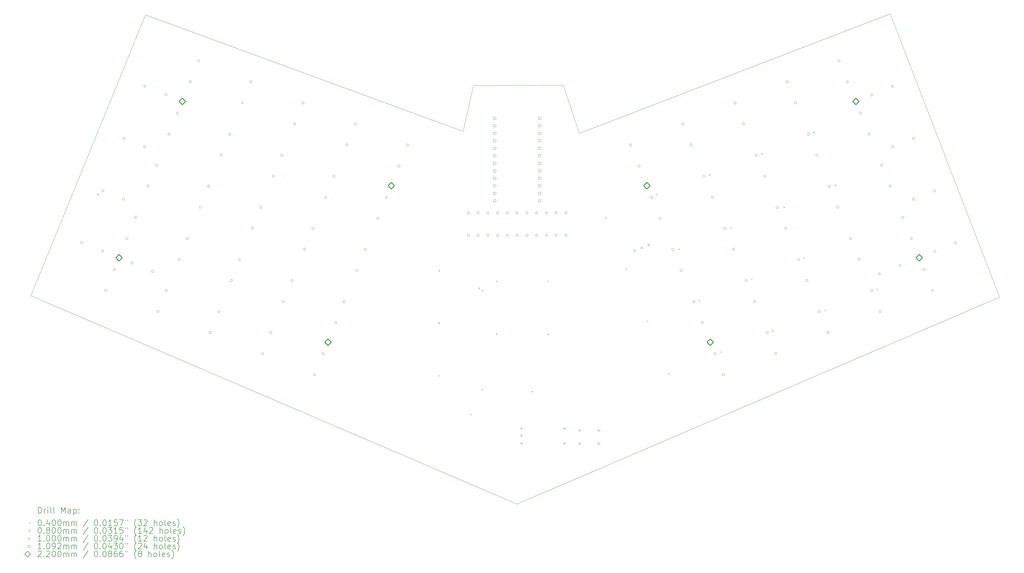
<source format=gbr>
%TF.GenerationSoftware,KiCad,Pcbnew,8.0.1*%
%TF.CreationDate,2024-05-03T20:41:22+02:00*%
%TF.ProjectId,boomerang,626f6f6d-6572-4616-9e67-2e6b69636164,rev?*%
%TF.SameCoordinates,Original*%
%TF.FileFunction,Drillmap*%
%TF.FilePolarity,Positive*%
%FSLAX45Y45*%
G04 Gerber Fmt 4.5, Leading zero omitted, Abs format (unit mm)*
G04 Created by KiCad (PCBNEW 8.0.1) date 2024-05-03 20:41:22*
%MOMM*%
%LPD*%
G01*
G04 APERTURE LIST*
%ADD10C,0.100000*%
%ADD11C,0.200000*%
%ADD12C,0.109220*%
%ADD13C,0.220000*%
G04 APERTURE END LIST*
D10*
X20120000Y-21360000D02*
X3680000Y-14310000D01*
X3680000Y-14310000D02*
X7560000Y-4800000D01*
X18300000Y-8750000D02*
X18650000Y-7200000D01*
X22230000Y-8820000D02*
X32750000Y-4770000D01*
X7560000Y-4800000D02*
X18300000Y-8750000D01*
X18650000Y-7200000D02*
X21690000Y-7180000D01*
X36450000Y-14360000D02*
X20120000Y-21360000D01*
X32750000Y-4770000D02*
X36450000Y-14360000D01*
X21690000Y-7180000D02*
X22230000Y-8820000D01*
D11*
D10*
X5925670Y-10861582D02*
X5965670Y-10901582D01*
X5965670Y-10861582D02*
X5925670Y-10901582D01*
X17470000Y-15220000D02*
X17510000Y-15260000D01*
X17510000Y-15220000D02*
X17470000Y-15260000D01*
X17470000Y-17000000D02*
X17510000Y-17040000D01*
X17510000Y-17000000D02*
X17470000Y-17040000D01*
X17480000Y-13450000D02*
X17520000Y-13490000D01*
X17520000Y-13450000D02*
X17480000Y-13490000D01*
X18551971Y-18315797D02*
X18591971Y-18355797D01*
X18591971Y-18315797D02*
X18551971Y-18355797D01*
X18822345Y-14037143D02*
X18862345Y-14077143D01*
X18862345Y-14037143D02*
X18822345Y-14077143D01*
X18928956Y-17466533D02*
X18968956Y-17506533D01*
X18968956Y-17466533D02*
X18928956Y-17506533D01*
X18932345Y-14109643D02*
X18972345Y-14149643D01*
X18972345Y-14109643D02*
X18932345Y-14149643D01*
X19422345Y-13807143D02*
X19462345Y-13847143D01*
X19462345Y-13807143D02*
X19422345Y-13847143D01*
X19422345Y-15587143D02*
X19462345Y-15627143D01*
X19462345Y-15587143D02*
X19422345Y-15627143D01*
X20619706Y-17539033D02*
X20659706Y-17579033D01*
X20659706Y-17539033D02*
X20619706Y-17579033D01*
X21152345Y-13807143D02*
X21192345Y-13847143D01*
X21192345Y-13807143D02*
X21152345Y-13847143D01*
X21162345Y-15597143D02*
X21202345Y-15637143D01*
X21202345Y-15597143D02*
X21162345Y-15637143D01*
X23114460Y-11660117D02*
X23154460Y-11700117D01*
X23154460Y-11660117D02*
X23114460Y-11700117D01*
X23801957Y-13388425D02*
X23841957Y-13428425D01*
X23841957Y-13388425D02*
X23801957Y-13428425D01*
X24517455Y-15159346D02*
X24557455Y-15199346D01*
X24557455Y-15159346D02*
X24517455Y-15199346D01*
X24833123Y-10868664D02*
X24873123Y-10908664D01*
X24873123Y-10868664D02*
X24833123Y-10908664D01*
X25236700Y-16939540D02*
X25276700Y-16979540D01*
X25276700Y-16939540D02*
X25236700Y-16979540D01*
X25591608Y-12719286D02*
X25631608Y-12759286D01*
X25631608Y-12719286D02*
X25591608Y-12759286D01*
X26282850Y-14456866D02*
X26322850Y-14496866D01*
X26322850Y-14456866D02*
X26282850Y-14496866D01*
X26622774Y-10199525D02*
X26662774Y-10239525D01*
X26662774Y-10199525D02*
X26622774Y-10239525D01*
X26996383Y-16196225D02*
X27036383Y-16236225D01*
X27036383Y-16196225D02*
X26996383Y-16236225D01*
X27349511Y-11998261D02*
X27389511Y-12038261D01*
X27389511Y-11998261D02*
X27349511Y-12038261D01*
X28046280Y-13722823D02*
X28086280Y-13762823D01*
X28086280Y-13722823D02*
X28046280Y-13762823D01*
X28393696Y-9484026D02*
X28433696Y-9524026D01*
X28433696Y-9484026D02*
X28393696Y-9524026D01*
X28758032Y-15484473D02*
X28798032Y-15524473D01*
X28798032Y-15484473D02*
X28758032Y-15524473D01*
X29137196Y-11297560D02*
X29177196Y-11337560D01*
X29177196Y-11297560D02*
X29137196Y-11337560D01*
X29820947Y-13016597D02*
X29860947Y-13056597D01*
X29860947Y-13016597D02*
X29820947Y-13056597D01*
X30151599Y-8763002D02*
X30191599Y-8803002D01*
X30191599Y-8763002D02*
X30151599Y-8803002D01*
X30536445Y-14787518D02*
X30576445Y-14827518D01*
X30576445Y-14787518D02*
X30536445Y-14827518D01*
X30874590Y-10552467D02*
X30914590Y-10592467D01*
X30914590Y-10552467D02*
X30874590Y-10592467D01*
X32298095Y-14075765D02*
X32338095Y-14115765D01*
X32338095Y-14075765D02*
X32298095Y-14115765D01*
X5442246Y-12517749D02*
G75*
G02*
X5362246Y-12517749I-40000J0D01*
G01*
X5362246Y-12517749D02*
G75*
G02*
X5442246Y-12517749I40000J0D01*
G01*
X6148760Y-12803199D02*
G75*
G02*
X6068760Y-12803199I-40000J0D01*
G01*
X6068760Y-12803199D02*
G75*
G02*
X6148760Y-12803199I40000J0D01*
G01*
X6153641Y-10756984D02*
G75*
G02*
X6073641Y-10756984I-40000J0D01*
G01*
X6073641Y-10756984D02*
G75*
G02*
X6153641Y-10756984I40000J0D01*
G01*
X6257121Y-14132544D02*
G75*
G02*
X6177121Y-14132544I-40000J0D01*
G01*
X6177121Y-14132544D02*
G75*
G02*
X6257121Y-14132544I40000J0D01*
G01*
X6542572Y-13426030D02*
G75*
G02*
X6462572Y-13426030I-40000J0D01*
G01*
X6462572Y-13426030D02*
G75*
G02*
X6542572Y-13426030I40000J0D01*
G01*
X6860155Y-11042434D02*
G75*
G02*
X6780155Y-11042434I-40000J0D01*
G01*
X6780155Y-11042434D02*
G75*
G02*
X6860155Y-11042434I40000J0D01*
G01*
X6869139Y-8986063D02*
G75*
G02*
X6789139Y-8986063I-40000J0D01*
G01*
X6789139Y-8986063D02*
G75*
G02*
X6869139Y-8986063I40000J0D01*
G01*
X6968874Y-12370894D02*
G75*
G02*
X6888874Y-12370894I-40000J0D01*
G01*
X6888874Y-12370894D02*
G75*
G02*
X6968874Y-12370894I40000J0D01*
G01*
X7138992Y-13203279D02*
G75*
G02*
X7058992Y-13203279I-40000J0D01*
G01*
X7058992Y-13203279D02*
G75*
G02*
X7138992Y-13203279I40000J0D01*
G01*
X7254324Y-11664380D02*
G75*
G02*
X7174324Y-11664380I-40000J0D01*
G01*
X7174324Y-11664380D02*
G75*
G02*
X7254324Y-11664380I40000J0D01*
G01*
X7575654Y-9271513D02*
G75*
G02*
X7495654Y-9271513I-40000J0D01*
G01*
X7495654Y-9271513D02*
G75*
G02*
X7575654Y-9271513I40000J0D01*
G01*
X7583122Y-7218893D02*
G75*
G02*
X7503122Y-7218893I-40000J0D01*
G01*
X7503122Y-7218893D02*
G75*
G02*
X7583122Y-7218893I40000J0D01*
G01*
X7684372Y-10599973D02*
G75*
G02*
X7604372Y-10599973I-40000J0D01*
G01*
X7604372Y-10599973D02*
G75*
G02*
X7684372Y-10599973I40000J0D01*
G01*
X7845506Y-13488729D02*
G75*
G02*
X7765506Y-13488729I-40000J0D01*
G01*
X7765506Y-13488729D02*
G75*
G02*
X7845506Y-13488729I40000J0D01*
G01*
X7969823Y-9893459D02*
G75*
G02*
X7889823Y-9893459I-40000J0D01*
G01*
X7889823Y-9893459D02*
G75*
G02*
X7969823Y-9893459I40000J0D01*
G01*
X8023406Y-14846169D02*
G75*
G02*
X7943406Y-14846169I-40000J0D01*
G01*
X7943406Y-14846169D02*
G75*
G02*
X8023406Y-14846169I40000J0D01*
G01*
X8289636Y-7504343D02*
G75*
G02*
X8209636Y-7504343I-40000J0D01*
G01*
X8209636Y-7504343D02*
G75*
G02*
X8289636Y-7504343I40000J0D01*
G01*
X8308857Y-14139655D02*
G75*
G02*
X8228857Y-14139655I-40000J0D01*
G01*
X8228857Y-14139655D02*
G75*
G02*
X8308857Y-14139655I40000J0D01*
G01*
X8395750Y-8839251D02*
G75*
G02*
X8315750Y-8839251I-40000J0D01*
G01*
X8315750Y-8839251D02*
G75*
G02*
X8395750Y-8839251I40000J0D01*
G01*
X8681200Y-8132737D02*
G75*
G02*
X8601200Y-8132737I-40000J0D01*
G01*
X8601200Y-8132737D02*
G75*
G02*
X8681200Y-8132737I40000J0D01*
G01*
X8735159Y-13084520D02*
G75*
G02*
X8655159Y-13084520I-40000J0D01*
G01*
X8655159Y-13084520D02*
G75*
G02*
X8735159Y-13084520I40000J0D01*
G01*
X9020609Y-12378006D02*
G75*
G02*
X8940609Y-12378006I-40000J0D01*
G01*
X8940609Y-12378006D02*
G75*
G02*
X9020609Y-12378006I40000J0D01*
G01*
X9111624Y-7067403D02*
G75*
G02*
X9031624Y-7067403I-40000J0D01*
G01*
X9031624Y-7067403D02*
G75*
G02*
X9111624Y-7067403I40000J0D01*
G01*
X9397074Y-6360888D02*
G75*
G02*
X9317074Y-6360888I-40000J0D01*
G01*
X9317074Y-6360888D02*
G75*
G02*
X9397074Y-6360888I40000J0D01*
G01*
X9450658Y-11313599D02*
G75*
G02*
X9370658Y-11313599I-40000J0D01*
G01*
X9370658Y-11313599D02*
G75*
G02*
X9450658Y-11313599I40000J0D01*
G01*
X9736108Y-10607085D02*
G75*
G02*
X9656108Y-10607085I-40000J0D01*
G01*
X9656108Y-10607085D02*
G75*
G02*
X9736108Y-10607085I40000J0D01*
G01*
X9789692Y-15559795D02*
G75*
G02*
X9709692Y-15559795I-40000J0D01*
G01*
X9709692Y-15559795D02*
G75*
G02*
X9789692Y-15559795I40000J0D01*
G01*
X10075142Y-14853281D02*
G75*
G02*
X9995142Y-14853281I-40000J0D01*
G01*
X9995142Y-14853281D02*
G75*
G02*
X10075142Y-14853281I40000J0D01*
G01*
X10162036Y-9552877D02*
G75*
G02*
X10082036Y-9552877I-40000J0D01*
G01*
X10082036Y-9552877D02*
G75*
G02*
X10162036Y-9552877I40000J0D01*
G01*
X10447486Y-8846363D02*
G75*
G02*
X10367486Y-8846363I-40000J0D01*
G01*
X10367486Y-8846363D02*
G75*
G02*
X10447486Y-8846363I40000J0D01*
G01*
X10501445Y-13798146D02*
G75*
G02*
X10421445Y-13798146I-40000J0D01*
G01*
X10421445Y-13798146D02*
G75*
G02*
X10501445Y-13798146I40000J0D01*
G01*
X10786895Y-13091631D02*
G75*
G02*
X10706895Y-13091631I-40000J0D01*
G01*
X10706895Y-13091631D02*
G75*
G02*
X10786895Y-13091631I40000J0D01*
G01*
X10877909Y-7781028D02*
G75*
G02*
X10797909Y-7781028I-40000J0D01*
G01*
X10797909Y-7781028D02*
G75*
G02*
X10877909Y-7781028I40000J0D01*
G01*
X11163359Y-7074514D02*
G75*
G02*
X11083359Y-7074514I-40000J0D01*
G01*
X11083359Y-7074514D02*
G75*
G02*
X11163359Y-7074514I40000J0D01*
G01*
X11216943Y-12027224D02*
G75*
G02*
X11136943Y-12027224I-40000J0D01*
G01*
X11136943Y-12027224D02*
G75*
G02*
X11216943Y-12027224I40000J0D01*
G01*
X11502393Y-11320710D02*
G75*
G02*
X11422393Y-11320710I-40000J0D01*
G01*
X11422393Y-11320710D02*
G75*
G02*
X11502393Y-11320710I40000J0D01*
G01*
X11555977Y-16273420D02*
G75*
G02*
X11475977Y-16273420I-40000J0D01*
G01*
X11475977Y-16273420D02*
G75*
G02*
X11555977Y-16273420I40000J0D01*
G01*
X11841427Y-15566906D02*
G75*
G02*
X11761427Y-15566906I-40000J0D01*
G01*
X11761427Y-15566906D02*
G75*
G02*
X11841427Y-15566906I40000J0D01*
G01*
X11928321Y-10266502D02*
G75*
G02*
X11848321Y-10266502I-40000J0D01*
G01*
X11848321Y-10266502D02*
G75*
G02*
X11928321Y-10266502I40000J0D01*
G01*
X12213771Y-9559988D02*
G75*
G02*
X12133771Y-9559988I-40000J0D01*
G01*
X12133771Y-9559988D02*
G75*
G02*
X12213771Y-9559988I40000J0D01*
G01*
X12267729Y-14511771D02*
G75*
G02*
X12187729Y-14511771I-40000J0D01*
G01*
X12187729Y-14511771D02*
G75*
G02*
X12267729Y-14511771I40000J0D01*
G01*
X12553180Y-13805257D02*
G75*
G02*
X12473180Y-13805257I-40000J0D01*
G01*
X12473180Y-13805257D02*
G75*
G02*
X12553180Y-13805257I40000J0D01*
G01*
X12644194Y-8494654D02*
G75*
G02*
X12564194Y-8494654I-40000J0D01*
G01*
X12564194Y-8494654D02*
G75*
G02*
X12644194Y-8494654I40000J0D01*
G01*
X12929644Y-7788140D02*
G75*
G02*
X12849644Y-7788140I-40000J0D01*
G01*
X12849644Y-7788140D02*
G75*
G02*
X12929644Y-7788140I40000J0D01*
G01*
X12983228Y-12740850D02*
G75*
G02*
X12903228Y-12740850I-40000J0D01*
G01*
X12903228Y-12740850D02*
G75*
G02*
X12983228Y-12740850I40000J0D01*
G01*
X13268678Y-12034336D02*
G75*
G02*
X13188678Y-12034336I-40000J0D01*
G01*
X13188678Y-12034336D02*
G75*
G02*
X13268678Y-12034336I40000J0D01*
G01*
X13322262Y-16987046D02*
G75*
G02*
X13242262Y-16987046I-40000J0D01*
G01*
X13242262Y-16987046D02*
G75*
G02*
X13322262Y-16987046I40000J0D01*
G01*
X13607712Y-16280532D02*
G75*
G02*
X13527712Y-16280532I-40000J0D01*
G01*
X13527712Y-16280532D02*
G75*
G02*
X13607712Y-16280532I40000J0D01*
G01*
X13694606Y-10980128D02*
G75*
G02*
X13614606Y-10980128I-40000J0D01*
G01*
X13614606Y-10980128D02*
G75*
G02*
X13694606Y-10980128I40000J0D01*
G01*
X13980056Y-10273614D02*
G75*
G02*
X13900056Y-10273614I-40000J0D01*
G01*
X13900056Y-10273614D02*
G75*
G02*
X13980056Y-10273614I40000J0D01*
G01*
X14034015Y-15225397D02*
G75*
G02*
X13954015Y-15225397I-40000J0D01*
G01*
X13954015Y-15225397D02*
G75*
G02*
X14034015Y-15225397I40000J0D01*
G01*
X14319465Y-14518882D02*
G75*
G02*
X14239465Y-14518882I-40000J0D01*
G01*
X14239465Y-14518882D02*
G75*
G02*
X14319465Y-14518882I40000J0D01*
G01*
X14410479Y-9208279D02*
G75*
G02*
X14330479Y-9208279I-40000J0D01*
G01*
X14330479Y-9208279D02*
G75*
G02*
X14410479Y-9208279I40000J0D01*
G01*
X14695929Y-8501765D02*
G75*
G02*
X14615929Y-8501765I-40000J0D01*
G01*
X14615929Y-8501765D02*
G75*
G02*
X14695929Y-8501765I40000J0D01*
G01*
X14749513Y-13454475D02*
G75*
G02*
X14669513Y-13454475I-40000J0D01*
G01*
X14669513Y-13454475D02*
G75*
G02*
X14749513Y-13454475I40000J0D01*
G01*
X15034964Y-12747961D02*
G75*
G02*
X14954964Y-12747961I-40000J0D01*
G01*
X14954964Y-12747961D02*
G75*
G02*
X15034964Y-12747961I40000J0D01*
G01*
X15460891Y-11693753D02*
G75*
G02*
X15380891Y-11693753I-40000J0D01*
G01*
X15380891Y-11693753D02*
G75*
G02*
X15460891Y-11693753I40000J0D01*
G01*
X15746341Y-10987239D02*
G75*
G02*
X15666341Y-10987239I-40000J0D01*
G01*
X15666341Y-10987239D02*
G75*
G02*
X15746341Y-10987239I40000J0D01*
G01*
X16176765Y-9921905D02*
G75*
G02*
X16096765Y-9921905I-40000J0D01*
G01*
X16096765Y-9921905D02*
G75*
G02*
X16176765Y-9921905I40000J0D01*
G01*
X16462215Y-9215391D02*
G75*
G02*
X16382215Y-9215391I-40000J0D01*
G01*
X16382215Y-9215391D02*
G75*
G02*
X16462215Y-9215391I40000J0D01*
G01*
X18522346Y-11506143D02*
G75*
G02*
X18442346Y-11506143I-40000J0D01*
G01*
X18442346Y-11506143D02*
G75*
G02*
X18522346Y-11506143I40000J0D01*
G01*
X18522346Y-12268143D02*
G75*
G02*
X18442346Y-12268143I-40000J0D01*
G01*
X18442346Y-12268143D02*
G75*
G02*
X18522346Y-12268143I40000J0D01*
G01*
X18852346Y-11506143D02*
G75*
G02*
X18772346Y-11506143I-40000J0D01*
G01*
X18772346Y-11506143D02*
G75*
G02*
X18852346Y-11506143I40000J0D01*
G01*
X18852346Y-12268143D02*
G75*
G02*
X18772346Y-12268143I-40000J0D01*
G01*
X18772346Y-12268143D02*
G75*
G02*
X18852346Y-12268143I40000J0D01*
G01*
X19182346Y-11506143D02*
G75*
G02*
X19102346Y-11506143I-40000J0D01*
G01*
X19102346Y-11506143D02*
G75*
G02*
X19182346Y-11506143I40000J0D01*
G01*
X19182346Y-12268143D02*
G75*
G02*
X19102346Y-12268143I-40000J0D01*
G01*
X19102346Y-12268143D02*
G75*
G02*
X19182346Y-12268143I40000J0D01*
G01*
X19512346Y-11506143D02*
G75*
G02*
X19432346Y-11506143I-40000J0D01*
G01*
X19432346Y-11506143D02*
G75*
G02*
X19512346Y-11506143I40000J0D01*
G01*
X19512346Y-12268143D02*
G75*
G02*
X19432346Y-12268143I-40000J0D01*
G01*
X19432346Y-12268143D02*
G75*
G02*
X19512346Y-12268143I40000J0D01*
G01*
X19842346Y-11506143D02*
G75*
G02*
X19762346Y-11506143I-40000J0D01*
G01*
X19762346Y-11506143D02*
G75*
G02*
X19842346Y-11506143I40000J0D01*
G01*
X19842346Y-12268143D02*
G75*
G02*
X19762346Y-12268143I-40000J0D01*
G01*
X19762346Y-12268143D02*
G75*
G02*
X19842346Y-12268143I40000J0D01*
G01*
X20172345Y-11506143D02*
G75*
G02*
X20092345Y-11506143I-40000J0D01*
G01*
X20092345Y-11506143D02*
G75*
G02*
X20172345Y-11506143I40000J0D01*
G01*
X20172345Y-12268143D02*
G75*
G02*
X20092345Y-12268143I-40000J0D01*
G01*
X20092345Y-12268143D02*
G75*
G02*
X20172345Y-12268143I40000J0D01*
G01*
X20502345Y-11506143D02*
G75*
G02*
X20422345Y-11506143I-40000J0D01*
G01*
X20422345Y-11506143D02*
G75*
G02*
X20502345Y-11506143I40000J0D01*
G01*
X20502345Y-12268143D02*
G75*
G02*
X20422345Y-12268143I-40000J0D01*
G01*
X20422345Y-12268143D02*
G75*
G02*
X20502345Y-12268143I40000J0D01*
G01*
X20832345Y-11506143D02*
G75*
G02*
X20752345Y-11506143I-40000J0D01*
G01*
X20752345Y-11506143D02*
G75*
G02*
X20832345Y-11506143I40000J0D01*
G01*
X20832345Y-12268143D02*
G75*
G02*
X20752345Y-12268143I-40000J0D01*
G01*
X20752345Y-12268143D02*
G75*
G02*
X20832345Y-12268143I40000J0D01*
G01*
X21162345Y-11506143D02*
G75*
G02*
X21082345Y-11506143I-40000J0D01*
G01*
X21082345Y-11506143D02*
G75*
G02*
X21162345Y-11506143I40000J0D01*
G01*
X21162345Y-12268143D02*
G75*
G02*
X21082345Y-12268143I-40000J0D01*
G01*
X21082345Y-12268143D02*
G75*
G02*
X21162345Y-12268143I40000J0D01*
G01*
X21492345Y-11506143D02*
G75*
G02*
X21412345Y-11506143I-40000J0D01*
G01*
X21412345Y-11506143D02*
G75*
G02*
X21492345Y-11506143I40000J0D01*
G01*
X21492345Y-12268143D02*
G75*
G02*
X21412345Y-12268143I-40000J0D01*
G01*
X21412345Y-12268143D02*
G75*
G02*
X21492345Y-12268143I40000J0D01*
G01*
X21822345Y-11506143D02*
G75*
G02*
X21742345Y-11506143I-40000J0D01*
G01*
X21742345Y-11506143D02*
G75*
G02*
X21822345Y-11506143I40000J0D01*
G01*
X21822345Y-12268143D02*
G75*
G02*
X21742345Y-12268143I-40000J0D01*
G01*
X21742345Y-12268143D02*
G75*
G02*
X21822345Y-12268143I40000J0D01*
G01*
X24009426Y-9215310D02*
G75*
G02*
X23929426Y-9215310I-40000J0D01*
G01*
X23929426Y-9215310D02*
G75*
G02*
X24009426Y-9215310I40000J0D01*
G01*
X24294876Y-9921824D02*
G75*
G02*
X24214876Y-9921824I-40000J0D01*
G01*
X24214876Y-9921824D02*
G75*
G02*
X24294876Y-9921824I40000J0D01*
G01*
X24725299Y-10987158D02*
G75*
G02*
X24645299Y-10987158I-40000J0D01*
G01*
X24645299Y-10987158D02*
G75*
G02*
X24725299Y-10987158I40000J0D01*
G01*
X25010749Y-11693672D02*
G75*
G02*
X24930749Y-11693672I-40000J0D01*
G01*
X24930749Y-11693672D02*
G75*
G02*
X25010749Y-11693672I40000J0D01*
G01*
X25436677Y-12747880D02*
G75*
G02*
X25356677Y-12747880I-40000J0D01*
G01*
X25356677Y-12747880D02*
G75*
G02*
X25436677Y-12747880I40000J0D01*
G01*
X25722127Y-13454394D02*
G75*
G02*
X25642127Y-13454394I-40000J0D01*
G01*
X25642127Y-13454394D02*
G75*
G02*
X25722127Y-13454394I40000J0D01*
G01*
X25775711Y-8501684D02*
G75*
G02*
X25695711Y-8501684I-40000J0D01*
G01*
X25695711Y-8501684D02*
G75*
G02*
X25775711Y-8501684I40000J0D01*
G01*
X26061161Y-9208198D02*
G75*
G02*
X25981161Y-9208198I-40000J0D01*
G01*
X25981161Y-9208198D02*
G75*
G02*
X26061161Y-9208198I40000J0D01*
G01*
X26152176Y-14518801D02*
G75*
G02*
X26072176Y-14518801I-40000J0D01*
G01*
X26072176Y-14518801D02*
G75*
G02*
X26152176Y-14518801I40000J0D01*
G01*
X26437626Y-15225315D02*
G75*
G02*
X26357626Y-15225315I-40000J0D01*
G01*
X26357626Y-15225315D02*
G75*
G02*
X26437626Y-15225315I40000J0D01*
G01*
X26491584Y-10273532D02*
G75*
G02*
X26411584Y-10273532I-40000J0D01*
G01*
X26411584Y-10273532D02*
G75*
G02*
X26491584Y-10273532I40000J0D01*
G01*
X26777034Y-10980046D02*
G75*
G02*
X26697034Y-10980046I-40000J0D01*
G01*
X26697034Y-10980046D02*
G75*
G02*
X26777034Y-10980046I40000J0D01*
G01*
X26863928Y-16280450D02*
G75*
G02*
X26783928Y-16280450I-40000J0D01*
G01*
X26783928Y-16280450D02*
G75*
G02*
X26863928Y-16280450I40000J0D01*
G01*
X27149378Y-16986965D02*
G75*
G02*
X27069378Y-16986965I-40000J0D01*
G01*
X27069378Y-16986965D02*
G75*
G02*
X27149378Y-16986965I40000J0D01*
G01*
X27202962Y-12034254D02*
G75*
G02*
X27122962Y-12034254I-40000J0D01*
G01*
X27122962Y-12034254D02*
G75*
G02*
X27202962Y-12034254I40000J0D01*
G01*
X27488412Y-12740769D02*
G75*
G02*
X27408412Y-12740769I-40000J0D01*
G01*
X27408412Y-12740769D02*
G75*
G02*
X27488412Y-12740769I40000J0D01*
G01*
X27541996Y-7788058D02*
G75*
G02*
X27461996Y-7788058I-40000J0D01*
G01*
X27461996Y-7788058D02*
G75*
G02*
X27541996Y-7788058I40000J0D01*
G01*
X27827447Y-8494573D02*
G75*
G02*
X27747447Y-8494573I-40000J0D01*
G01*
X27747447Y-8494573D02*
G75*
G02*
X27827447Y-8494573I40000J0D01*
G01*
X27918461Y-13805176D02*
G75*
G02*
X27838461Y-13805176I-40000J0D01*
G01*
X27838461Y-13805176D02*
G75*
G02*
X27918461Y-13805176I40000J0D01*
G01*
X28203911Y-14511690D02*
G75*
G02*
X28123911Y-14511690I-40000J0D01*
G01*
X28123911Y-14511690D02*
G75*
G02*
X28203911Y-14511690I40000J0D01*
G01*
X28257869Y-9559907D02*
G75*
G02*
X28177869Y-9559907I-40000J0D01*
G01*
X28177869Y-9559907D02*
G75*
G02*
X28257869Y-9559907I40000J0D01*
G01*
X28543320Y-10266421D02*
G75*
G02*
X28463320Y-10266421I-40000J0D01*
G01*
X28463320Y-10266421D02*
G75*
G02*
X28543320Y-10266421I40000J0D01*
G01*
X28630213Y-15566825D02*
G75*
G02*
X28550213Y-15566825I-40000J0D01*
G01*
X28550213Y-15566825D02*
G75*
G02*
X28630213Y-15566825I40000J0D01*
G01*
X28915664Y-16273339D02*
G75*
G02*
X28835664Y-16273339I-40000J0D01*
G01*
X28835664Y-16273339D02*
G75*
G02*
X28915664Y-16273339I40000J0D01*
G01*
X28969247Y-11320629D02*
G75*
G02*
X28889247Y-11320629I-40000J0D01*
G01*
X28889247Y-11320629D02*
G75*
G02*
X28969247Y-11320629I40000J0D01*
G01*
X29254698Y-12027143D02*
G75*
G02*
X29174698Y-12027143I-40000J0D01*
G01*
X29174698Y-12027143D02*
G75*
G02*
X29254698Y-12027143I40000J0D01*
G01*
X29308282Y-7074433D02*
G75*
G02*
X29228282Y-7074433I-40000J0D01*
G01*
X29228282Y-7074433D02*
G75*
G02*
X29308282Y-7074433I40000J0D01*
G01*
X29593732Y-7780947D02*
G75*
G02*
X29513732Y-7780947I-40000J0D01*
G01*
X29513732Y-7780947D02*
G75*
G02*
X29593732Y-7780947I40000J0D01*
G01*
X29684746Y-13091550D02*
G75*
G02*
X29604746Y-13091550I-40000J0D01*
G01*
X29604746Y-13091550D02*
G75*
G02*
X29684746Y-13091550I40000J0D01*
G01*
X29970196Y-13798064D02*
G75*
G02*
X29890196Y-13798064I-40000J0D01*
G01*
X29890196Y-13798064D02*
G75*
G02*
X29970196Y-13798064I40000J0D01*
G01*
X30024155Y-8846281D02*
G75*
G02*
X29944155Y-8846281I-40000J0D01*
G01*
X29944155Y-8846281D02*
G75*
G02*
X30024155Y-8846281I40000J0D01*
G01*
X30309605Y-9552795D02*
G75*
G02*
X30229605Y-9552795I-40000J0D01*
G01*
X30229605Y-9552795D02*
G75*
G02*
X30309605Y-9552795I40000J0D01*
G01*
X30396499Y-14853199D02*
G75*
G02*
X30316499Y-14853199I-40000J0D01*
G01*
X30316499Y-14853199D02*
G75*
G02*
X30396499Y-14853199I40000J0D01*
G01*
X30681949Y-15559713D02*
G75*
G02*
X30601949Y-15559713I-40000J0D01*
G01*
X30601949Y-15559713D02*
G75*
G02*
X30681949Y-15559713I40000J0D01*
G01*
X30735533Y-10607003D02*
G75*
G02*
X30655533Y-10607003I-40000J0D01*
G01*
X30655533Y-10607003D02*
G75*
G02*
X30735533Y-10607003I40000J0D01*
G01*
X31020983Y-11313517D02*
G75*
G02*
X30940983Y-11313517I-40000J0D01*
G01*
X30940983Y-11313517D02*
G75*
G02*
X31020983Y-11313517I40000J0D01*
G01*
X31056904Y-6367944D02*
G75*
G02*
X30976904Y-6367944I-40000J0D01*
G01*
X30976904Y-6367944D02*
G75*
G02*
X31056904Y-6367944I40000J0D01*
G01*
X31342354Y-7074458D02*
G75*
G02*
X31262354Y-7074458I-40000J0D01*
G01*
X31262354Y-7074458D02*
G75*
G02*
X31342354Y-7074458I40000J0D01*
G01*
X31451031Y-12377924D02*
G75*
G02*
X31371031Y-12377924I-40000J0D01*
G01*
X31371031Y-12377924D02*
G75*
G02*
X31451031Y-12377924I40000J0D01*
G01*
X31736481Y-13084439D02*
G75*
G02*
X31656481Y-13084439I-40000J0D01*
G01*
X31656481Y-13084439D02*
G75*
G02*
X31736481Y-13084439I40000J0D01*
G01*
X31790440Y-8132656D02*
G75*
G02*
X31710440Y-8132656I-40000J0D01*
G01*
X31710440Y-8132656D02*
G75*
G02*
X31790440Y-8132656I40000J0D01*
G01*
X32075890Y-8839170D02*
G75*
G02*
X31995890Y-8839170I-40000J0D01*
G01*
X31995890Y-8839170D02*
G75*
G02*
X32075890Y-8839170I40000J0D01*
G01*
X32157014Y-7514359D02*
G75*
G02*
X32077014Y-7514359I-40000J0D01*
G01*
X32077014Y-7514359D02*
G75*
G02*
X32157014Y-7514359I40000J0D01*
G01*
X32162784Y-14139574D02*
G75*
G02*
X32082784Y-14139574I-40000J0D01*
G01*
X32082784Y-14139574D02*
G75*
G02*
X32162784Y-14139574I40000J0D01*
G01*
X32419741Y-13572036D02*
G75*
G02*
X32339741Y-13572036I-40000J0D01*
G01*
X32339741Y-13572036D02*
G75*
G02*
X32419741Y-13572036I40000J0D01*
G01*
X32448234Y-14846088D02*
G75*
G02*
X32368234Y-14846088I-40000J0D01*
G01*
X32368234Y-14846088D02*
G75*
G02*
X32448234Y-14846088I40000J0D01*
G01*
X32501818Y-9893378D02*
G75*
G02*
X32421818Y-9893378I-40000J0D01*
G01*
X32421818Y-9893378D02*
G75*
G02*
X32501818Y-9893378I40000J0D01*
G01*
X32787268Y-10599892D02*
G75*
G02*
X32707268Y-10599892I-40000J0D01*
G01*
X32707268Y-10599892D02*
G75*
G02*
X32787268Y-10599892I40000J0D01*
G01*
X32863528Y-7228908D02*
G75*
G02*
X32783528Y-7228908I-40000J0D01*
G01*
X32783528Y-7228908D02*
G75*
G02*
X32863528Y-7228908I40000J0D01*
G01*
X32867310Y-9272401D02*
G75*
G02*
X32787310Y-9272401I-40000J0D01*
G01*
X32787310Y-9272401D02*
G75*
G02*
X32867310Y-9272401I40000J0D01*
G01*
X33126255Y-13286586D02*
G75*
G02*
X33046255Y-13286586I-40000J0D01*
G01*
X33046255Y-13286586D02*
G75*
G02*
X33126255Y-13286586I40000J0D01*
G01*
X33217317Y-11664299D02*
G75*
G02*
X33137317Y-11664299I-40000J0D01*
G01*
X33137317Y-11664299D02*
G75*
G02*
X33217317Y-11664299I40000J0D01*
G01*
X33502767Y-12370813D02*
G75*
G02*
X33422767Y-12370813I-40000J0D01*
G01*
X33422767Y-12370813D02*
G75*
G02*
X33502767Y-12370813I40000J0D01*
G01*
X33573824Y-8986951D02*
G75*
G02*
X33493824Y-8986951I-40000J0D01*
G01*
X33493824Y-8986951D02*
G75*
G02*
X33573824Y-8986951I40000J0D01*
G01*
X33584266Y-11046929D02*
G75*
G02*
X33504265Y-11046929I-40000J0D01*
G01*
X33504265Y-11046929D02*
G75*
G02*
X33584266Y-11046929I40000J0D01*
G01*
X33929069Y-13425948D02*
G75*
G02*
X33849069Y-13425948I-40000J0D01*
G01*
X33849069Y-13425948D02*
G75*
G02*
X33929069Y-13425948I40000J0D01*
G01*
X34214519Y-14132462D02*
G75*
G02*
X34134519Y-14132462I-40000J0D01*
G01*
X34134519Y-14132462D02*
G75*
G02*
X34214519Y-14132462I40000J0D01*
G01*
X34290780Y-10761479D02*
G75*
G02*
X34210780Y-10761479I-40000J0D01*
G01*
X34210780Y-10761479D02*
G75*
G02*
X34290780Y-10761479I40000J0D01*
G01*
X34297891Y-12813214D02*
G75*
G02*
X34217891Y-12813214I-40000J0D01*
G01*
X34217891Y-12813214D02*
G75*
G02*
X34297891Y-12813214I40000J0D01*
G01*
X35004405Y-12527764D02*
G75*
G02*
X34924405Y-12527764I-40000J0D01*
G01*
X34924405Y-12527764D02*
G75*
G02*
X35004405Y-12527764I40000J0D01*
G01*
X20275221Y-18755143D02*
X20275221Y-18855143D01*
X20225221Y-18805143D02*
X20325221Y-18805143D01*
X20275221Y-19005143D02*
X20275221Y-19105143D01*
X20225221Y-19055143D02*
X20325221Y-19055143D01*
X20275221Y-19255143D02*
X20275221Y-19355143D01*
X20225221Y-19305143D02*
X20325221Y-19305143D01*
X21725221Y-18755143D02*
X21725221Y-18855143D01*
X21675221Y-18805143D02*
X21775221Y-18805143D01*
X21725221Y-19255143D02*
X21725221Y-19355143D01*
X21675221Y-19305143D02*
X21775221Y-19305143D01*
X22245000Y-18825000D02*
X22245000Y-18925000D01*
X22195000Y-18875000D02*
X22295000Y-18875000D01*
X22245000Y-19275000D02*
X22245000Y-19375000D01*
X22195000Y-19325000D02*
X22295000Y-19325000D01*
X22895000Y-18825000D02*
X22895000Y-18925000D01*
X22845000Y-18875000D02*
X22945000Y-18875000D01*
X22895000Y-19275000D02*
X22895000Y-19375000D01*
X22845000Y-19325000D02*
X22945000Y-19325000D01*
X24104495Y-12735150D02*
X24104495Y-12835150D01*
X24054495Y-12785150D02*
X24154495Y-12785150D01*
X24340000Y-12640000D02*
X24340000Y-12740000D01*
X24290000Y-12690000D02*
X24390000Y-12690000D01*
X24575505Y-12544850D02*
X24575505Y-12644850D01*
X24525505Y-12594850D02*
X24625505Y-12594850D01*
D12*
X19408961Y-8345759D02*
X19408961Y-8268528D01*
X19331730Y-8268528D01*
X19331730Y-8345759D01*
X19408961Y-8345759D01*
X19408961Y-8599759D02*
X19408961Y-8522528D01*
X19331730Y-8522528D01*
X19331730Y-8599759D01*
X19408961Y-8599759D01*
X19408961Y-8853759D02*
X19408961Y-8776528D01*
X19331730Y-8776528D01*
X19331730Y-8853759D01*
X19408961Y-8853759D01*
X19408961Y-9107759D02*
X19408961Y-9030528D01*
X19331730Y-9030528D01*
X19331730Y-9107759D01*
X19408961Y-9107759D01*
X19408961Y-9361759D02*
X19408961Y-9284528D01*
X19331730Y-9284528D01*
X19331730Y-9361759D01*
X19408961Y-9361759D01*
X19408961Y-9615759D02*
X19408961Y-9538528D01*
X19331730Y-9538528D01*
X19331730Y-9615759D01*
X19408961Y-9615759D01*
X19408961Y-9869759D02*
X19408961Y-9792528D01*
X19331730Y-9792528D01*
X19331730Y-9869759D01*
X19408961Y-9869759D01*
X19408961Y-10123759D02*
X19408961Y-10046528D01*
X19331730Y-10046528D01*
X19331730Y-10123759D01*
X19408961Y-10123759D01*
X19408961Y-10377759D02*
X19408961Y-10300528D01*
X19331730Y-10300528D01*
X19331730Y-10377759D01*
X19408961Y-10377759D01*
X19408961Y-10631759D02*
X19408961Y-10554528D01*
X19331730Y-10554528D01*
X19331730Y-10631759D01*
X19408961Y-10631759D01*
X19408961Y-10885759D02*
X19408961Y-10808528D01*
X19331730Y-10808528D01*
X19331730Y-10885759D01*
X19408961Y-10885759D01*
X19408961Y-11139759D02*
X19408961Y-11062528D01*
X19331730Y-11062528D01*
X19331730Y-11139759D01*
X19408961Y-11139759D01*
X20932961Y-8345759D02*
X20932961Y-8268528D01*
X20855730Y-8268528D01*
X20855730Y-8345759D01*
X20932961Y-8345759D01*
X20932961Y-8599759D02*
X20932961Y-8522528D01*
X20855730Y-8522528D01*
X20855730Y-8599759D01*
X20932961Y-8599759D01*
X20932961Y-8853759D02*
X20932961Y-8776528D01*
X20855730Y-8776528D01*
X20855730Y-8853759D01*
X20932961Y-8853759D01*
X20932961Y-9107759D02*
X20932961Y-9030528D01*
X20855730Y-9030528D01*
X20855730Y-9107759D01*
X20932961Y-9107759D01*
X20932961Y-9361759D02*
X20932961Y-9284528D01*
X20855730Y-9284528D01*
X20855730Y-9361759D01*
X20932961Y-9361759D01*
X20932961Y-9615759D02*
X20932961Y-9538528D01*
X20855730Y-9538528D01*
X20855730Y-9615759D01*
X20932961Y-9615759D01*
X20932961Y-9869759D02*
X20932961Y-9792528D01*
X20855730Y-9792528D01*
X20855730Y-9869759D01*
X20932961Y-9869759D01*
X20932961Y-10123759D02*
X20932961Y-10046528D01*
X20855730Y-10046528D01*
X20855730Y-10123759D01*
X20932961Y-10123759D01*
X20932961Y-10377759D02*
X20932961Y-10300528D01*
X20855730Y-10300528D01*
X20855730Y-10377759D01*
X20932961Y-10377759D01*
X20932961Y-10631759D02*
X20932961Y-10554528D01*
X20855730Y-10554528D01*
X20855730Y-10631759D01*
X20932961Y-10631759D01*
X20932961Y-10885759D02*
X20932961Y-10808528D01*
X20855730Y-10808528D01*
X20855730Y-10885759D01*
X20932961Y-10885759D01*
X20932961Y-11139759D02*
X20932961Y-11062528D01*
X20855730Y-11062528D01*
X20855730Y-11139759D01*
X20932961Y-11139759D01*
D13*
X6663635Y-13137383D02*
X6773635Y-13027383D01*
X6663635Y-12917383D01*
X6553635Y-13027383D01*
X6663635Y-13137383D01*
X8804512Y-7838527D02*
X8914512Y-7728527D01*
X8804512Y-7618527D01*
X8694512Y-7728527D01*
X8804512Y-7838527D01*
X13728776Y-15991886D02*
X13838776Y-15881886D01*
X13728776Y-15771886D01*
X13618776Y-15881886D01*
X13728776Y-15991886D01*
X15869653Y-10693030D02*
X15979653Y-10583030D01*
X15869653Y-10473030D01*
X15759653Y-10583030D01*
X15869653Y-10693030D01*
X24521988Y-10692949D02*
X24631988Y-10582949D01*
X24521988Y-10472949D01*
X24411988Y-10582949D01*
X24521988Y-10692949D01*
X26662865Y-15991804D02*
X26772865Y-15881804D01*
X26662865Y-15771804D01*
X26552865Y-15881804D01*
X26662865Y-15991804D01*
X31587129Y-7838446D02*
X31697129Y-7728446D01*
X31587129Y-7618446D01*
X31477129Y-7728446D01*
X31587129Y-7838446D01*
X33728006Y-13137302D02*
X33838006Y-13027302D01*
X33728006Y-12917302D01*
X33618006Y-13027302D01*
X33728006Y-13137302D01*
D11*
X3935777Y-21676484D02*
X3935777Y-21476484D01*
X3935777Y-21476484D02*
X3983396Y-21476484D01*
X3983396Y-21476484D02*
X4011967Y-21486008D01*
X4011967Y-21486008D02*
X4031015Y-21505055D01*
X4031015Y-21505055D02*
X4040539Y-21524103D01*
X4040539Y-21524103D02*
X4050062Y-21562198D01*
X4050062Y-21562198D02*
X4050062Y-21590770D01*
X4050062Y-21590770D02*
X4040539Y-21628865D01*
X4040539Y-21628865D02*
X4031015Y-21647912D01*
X4031015Y-21647912D02*
X4011967Y-21666960D01*
X4011967Y-21666960D02*
X3983396Y-21676484D01*
X3983396Y-21676484D02*
X3935777Y-21676484D01*
X4135777Y-21676484D02*
X4135777Y-21543150D01*
X4135777Y-21581246D02*
X4145301Y-21562198D01*
X4145301Y-21562198D02*
X4154824Y-21552674D01*
X4154824Y-21552674D02*
X4173872Y-21543150D01*
X4173872Y-21543150D02*
X4192920Y-21543150D01*
X4259586Y-21676484D02*
X4259586Y-21543150D01*
X4259586Y-21476484D02*
X4250063Y-21486008D01*
X4250063Y-21486008D02*
X4259586Y-21495531D01*
X4259586Y-21495531D02*
X4269110Y-21486008D01*
X4269110Y-21486008D02*
X4259586Y-21476484D01*
X4259586Y-21476484D02*
X4259586Y-21495531D01*
X4383396Y-21676484D02*
X4364348Y-21666960D01*
X4364348Y-21666960D02*
X4354824Y-21647912D01*
X4354824Y-21647912D02*
X4354824Y-21476484D01*
X4488158Y-21676484D02*
X4469110Y-21666960D01*
X4469110Y-21666960D02*
X4459586Y-21647912D01*
X4459586Y-21647912D02*
X4459586Y-21476484D01*
X4716729Y-21676484D02*
X4716729Y-21476484D01*
X4716729Y-21476484D02*
X4783396Y-21619341D01*
X4783396Y-21619341D02*
X4850063Y-21476484D01*
X4850063Y-21476484D02*
X4850063Y-21676484D01*
X5031015Y-21676484D02*
X5031015Y-21571722D01*
X5031015Y-21571722D02*
X5021491Y-21552674D01*
X5021491Y-21552674D02*
X5002444Y-21543150D01*
X5002444Y-21543150D02*
X4964348Y-21543150D01*
X4964348Y-21543150D02*
X4945301Y-21552674D01*
X5031015Y-21666960D02*
X5011967Y-21676484D01*
X5011967Y-21676484D02*
X4964348Y-21676484D01*
X4964348Y-21676484D02*
X4945301Y-21666960D01*
X4945301Y-21666960D02*
X4935777Y-21647912D01*
X4935777Y-21647912D02*
X4935777Y-21628865D01*
X4935777Y-21628865D02*
X4945301Y-21609817D01*
X4945301Y-21609817D02*
X4964348Y-21600293D01*
X4964348Y-21600293D02*
X5011967Y-21600293D01*
X5011967Y-21600293D02*
X5031015Y-21590770D01*
X5126253Y-21543150D02*
X5126253Y-21743150D01*
X5126253Y-21552674D02*
X5145301Y-21543150D01*
X5145301Y-21543150D02*
X5183396Y-21543150D01*
X5183396Y-21543150D02*
X5202444Y-21552674D01*
X5202444Y-21552674D02*
X5211967Y-21562198D01*
X5211967Y-21562198D02*
X5221491Y-21581246D01*
X5221491Y-21581246D02*
X5221491Y-21638389D01*
X5221491Y-21638389D02*
X5211967Y-21657436D01*
X5211967Y-21657436D02*
X5202444Y-21666960D01*
X5202444Y-21666960D02*
X5183396Y-21676484D01*
X5183396Y-21676484D02*
X5145301Y-21676484D01*
X5145301Y-21676484D02*
X5126253Y-21666960D01*
X5307205Y-21657436D02*
X5316729Y-21666960D01*
X5316729Y-21666960D02*
X5307205Y-21676484D01*
X5307205Y-21676484D02*
X5297682Y-21666960D01*
X5297682Y-21666960D02*
X5307205Y-21657436D01*
X5307205Y-21657436D02*
X5307205Y-21676484D01*
X5307205Y-21552674D02*
X5316729Y-21562198D01*
X5316729Y-21562198D02*
X5307205Y-21571722D01*
X5307205Y-21571722D02*
X5297682Y-21562198D01*
X5297682Y-21562198D02*
X5307205Y-21552674D01*
X5307205Y-21552674D02*
X5307205Y-21571722D01*
D10*
X3635000Y-21985000D02*
X3675000Y-22025000D01*
X3675000Y-21985000D02*
X3635000Y-22025000D01*
D11*
X3973872Y-21896484D02*
X3992920Y-21896484D01*
X3992920Y-21896484D02*
X4011967Y-21906008D01*
X4011967Y-21906008D02*
X4021491Y-21915531D01*
X4021491Y-21915531D02*
X4031015Y-21934579D01*
X4031015Y-21934579D02*
X4040539Y-21972674D01*
X4040539Y-21972674D02*
X4040539Y-22020293D01*
X4040539Y-22020293D02*
X4031015Y-22058389D01*
X4031015Y-22058389D02*
X4021491Y-22077436D01*
X4021491Y-22077436D02*
X4011967Y-22086960D01*
X4011967Y-22086960D02*
X3992920Y-22096484D01*
X3992920Y-22096484D02*
X3973872Y-22096484D01*
X3973872Y-22096484D02*
X3954824Y-22086960D01*
X3954824Y-22086960D02*
X3945301Y-22077436D01*
X3945301Y-22077436D02*
X3935777Y-22058389D01*
X3935777Y-22058389D02*
X3926253Y-22020293D01*
X3926253Y-22020293D02*
X3926253Y-21972674D01*
X3926253Y-21972674D02*
X3935777Y-21934579D01*
X3935777Y-21934579D02*
X3945301Y-21915531D01*
X3945301Y-21915531D02*
X3954824Y-21906008D01*
X3954824Y-21906008D02*
X3973872Y-21896484D01*
X4126253Y-22077436D02*
X4135777Y-22086960D01*
X4135777Y-22086960D02*
X4126253Y-22096484D01*
X4126253Y-22096484D02*
X4116729Y-22086960D01*
X4116729Y-22086960D02*
X4126253Y-22077436D01*
X4126253Y-22077436D02*
X4126253Y-22096484D01*
X4307205Y-21963150D02*
X4307205Y-22096484D01*
X4259586Y-21886960D02*
X4211967Y-22029817D01*
X4211967Y-22029817D02*
X4335777Y-22029817D01*
X4450063Y-21896484D02*
X4469110Y-21896484D01*
X4469110Y-21896484D02*
X4488158Y-21906008D01*
X4488158Y-21906008D02*
X4497682Y-21915531D01*
X4497682Y-21915531D02*
X4507205Y-21934579D01*
X4507205Y-21934579D02*
X4516729Y-21972674D01*
X4516729Y-21972674D02*
X4516729Y-22020293D01*
X4516729Y-22020293D02*
X4507205Y-22058389D01*
X4507205Y-22058389D02*
X4497682Y-22077436D01*
X4497682Y-22077436D02*
X4488158Y-22086960D01*
X4488158Y-22086960D02*
X4469110Y-22096484D01*
X4469110Y-22096484D02*
X4450063Y-22096484D01*
X4450063Y-22096484D02*
X4431015Y-22086960D01*
X4431015Y-22086960D02*
X4421491Y-22077436D01*
X4421491Y-22077436D02*
X4411967Y-22058389D01*
X4411967Y-22058389D02*
X4402444Y-22020293D01*
X4402444Y-22020293D02*
X4402444Y-21972674D01*
X4402444Y-21972674D02*
X4411967Y-21934579D01*
X4411967Y-21934579D02*
X4421491Y-21915531D01*
X4421491Y-21915531D02*
X4431015Y-21906008D01*
X4431015Y-21906008D02*
X4450063Y-21896484D01*
X4640539Y-21896484D02*
X4659586Y-21896484D01*
X4659586Y-21896484D02*
X4678634Y-21906008D01*
X4678634Y-21906008D02*
X4688158Y-21915531D01*
X4688158Y-21915531D02*
X4697682Y-21934579D01*
X4697682Y-21934579D02*
X4707205Y-21972674D01*
X4707205Y-21972674D02*
X4707205Y-22020293D01*
X4707205Y-22020293D02*
X4697682Y-22058389D01*
X4697682Y-22058389D02*
X4688158Y-22077436D01*
X4688158Y-22077436D02*
X4678634Y-22086960D01*
X4678634Y-22086960D02*
X4659586Y-22096484D01*
X4659586Y-22096484D02*
X4640539Y-22096484D01*
X4640539Y-22096484D02*
X4621491Y-22086960D01*
X4621491Y-22086960D02*
X4611967Y-22077436D01*
X4611967Y-22077436D02*
X4602444Y-22058389D01*
X4602444Y-22058389D02*
X4592920Y-22020293D01*
X4592920Y-22020293D02*
X4592920Y-21972674D01*
X4592920Y-21972674D02*
X4602444Y-21934579D01*
X4602444Y-21934579D02*
X4611967Y-21915531D01*
X4611967Y-21915531D02*
X4621491Y-21906008D01*
X4621491Y-21906008D02*
X4640539Y-21896484D01*
X4792920Y-22096484D02*
X4792920Y-21963150D01*
X4792920Y-21982198D02*
X4802444Y-21972674D01*
X4802444Y-21972674D02*
X4821491Y-21963150D01*
X4821491Y-21963150D02*
X4850063Y-21963150D01*
X4850063Y-21963150D02*
X4869110Y-21972674D01*
X4869110Y-21972674D02*
X4878634Y-21991722D01*
X4878634Y-21991722D02*
X4878634Y-22096484D01*
X4878634Y-21991722D02*
X4888158Y-21972674D01*
X4888158Y-21972674D02*
X4907205Y-21963150D01*
X4907205Y-21963150D02*
X4935777Y-21963150D01*
X4935777Y-21963150D02*
X4954825Y-21972674D01*
X4954825Y-21972674D02*
X4964348Y-21991722D01*
X4964348Y-21991722D02*
X4964348Y-22096484D01*
X5059586Y-22096484D02*
X5059586Y-21963150D01*
X5059586Y-21982198D02*
X5069110Y-21972674D01*
X5069110Y-21972674D02*
X5088158Y-21963150D01*
X5088158Y-21963150D02*
X5116729Y-21963150D01*
X5116729Y-21963150D02*
X5135777Y-21972674D01*
X5135777Y-21972674D02*
X5145301Y-21991722D01*
X5145301Y-21991722D02*
X5145301Y-22096484D01*
X5145301Y-21991722D02*
X5154825Y-21972674D01*
X5154825Y-21972674D02*
X5173872Y-21963150D01*
X5173872Y-21963150D02*
X5202444Y-21963150D01*
X5202444Y-21963150D02*
X5221491Y-21972674D01*
X5221491Y-21972674D02*
X5231015Y-21991722D01*
X5231015Y-21991722D02*
X5231015Y-22096484D01*
X5621491Y-21886960D02*
X5450063Y-22144103D01*
X5878634Y-21896484D02*
X5897682Y-21896484D01*
X5897682Y-21896484D02*
X5916729Y-21906008D01*
X5916729Y-21906008D02*
X5926253Y-21915531D01*
X5926253Y-21915531D02*
X5935777Y-21934579D01*
X5935777Y-21934579D02*
X5945301Y-21972674D01*
X5945301Y-21972674D02*
X5945301Y-22020293D01*
X5945301Y-22020293D02*
X5935777Y-22058389D01*
X5935777Y-22058389D02*
X5926253Y-22077436D01*
X5926253Y-22077436D02*
X5916729Y-22086960D01*
X5916729Y-22086960D02*
X5897682Y-22096484D01*
X5897682Y-22096484D02*
X5878634Y-22096484D01*
X5878634Y-22096484D02*
X5859586Y-22086960D01*
X5859586Y-22086960D02*
X5850063Y-22077436D01*
X5850063Y-22077436D02*
X5840539Y-22058389D01*
X5840539Y-22058389D02*
X5831015Y-22020293D01*
X5831015Y-22020293D02*
X5831015Y-21972674D01*
X5831015Y-21972674D02*
X5840539Y-21934579D01*
X5840539Y-21934579D02*
X5850063Y-21915531D01*
X5850063Y-21915531D02*
X5859586Y-21906008D01*
X5859586Y-21906008D02*
X5878634Y-21896484D01*
X6031015Y-22077436D02*
X6040539Y-22086960D01*
X6040539Y-22086960D02*
X6031015Y-22096484D01*
X6031015Y-22096484D02*
X6021491Y-22086960D01*
X6021491Y-22086960D02*
X6031015Y-22077436D01*
X6031015Y-22077436D02*
X6031015Y-22096484D01*
X6164348Y-21896484D02*
X6183396Y-21896484D01*
X6183396Y-21896484D02*
X6202444Y-21906008D01*
X6202444Y-21906008D02*
X6211967Y-21915531D01*
X6211967Y-21915531D02*
X6221491Y-21934579D01*
X6221491Y-21934579D02*
X6231015Y-21972674D01*
X6231015Y-21972674D02*
X6231015Y-22020293D01*
X6231015Y-22020293D02*
X6221491Y-22058389D01*
X6221491Y-22058389D02*
X6211967Y-22077436D01*
X6211967Y-22077436D02*
X6202444Y-22086960D01*
X6202444Y-22086960D02*
X6183396Y-22096484D01*
X6183396Y-22096484D02*
X6164348Y-22096484D01*
X6164348Y-22096484D02*
X6145301Y-22086960D01*
X6145301Y-22086960D02*
X6135777Y-22077436D01*
X6135777Y-22077436D02*
X6126253Y-22058389D01*
X6126253Y-22058389D02*
X6116729Y-22020293D01*
X6116729Y-22020293D02*
X6116729Y-21972674D01*
X6116729Y-21972674D02*
X6126253Y-21934579D01*
X6126253Y-21934579D02*
X6135777Y-21915531D01*
X6135777Y-21915531D02*
X6145301Y-21906008D01*
X6145301Y-21906008D02*
X6164348Y-21896484D01*
X6421491Y-22096484D02*
X6307206Y-22096484D01*
X6364348Y-22096484D02*
X6364348Y-21896484D01*
X6364348Y-21896484D02*
X6345301Y-21925055D01*
X6345301Y-21925055D02*
X6326253Y-21944103D01*
X6326253Y-21944103D02*
X6307206Y-21953627D01*
X6602444Y-21896484D02*
X6507206Y-21896484D01*
X6507206Y-21896484D02*
X6497682Y-21991722D01*
X6497682Y-21991722D02*
X6507206Y-21982198D01*
X6507206Y-21982198D02*
X6526253Y-21972674D01*
X6526253Y-21972674D02*
X6573872Y-21972674D01*
X6573872Y-21972674D02*
X6592920Y-21982198D01*
X6592920Y-21982198D02*
X6602444Y-21991722D01*
X6602444Y-21991722D02*
X6611967Y-22010770D01*
X6611967Y-22010770D02*
X6611967Y-22058389D01*
X6611967Y-22058389D02*
X6602444Y-22077436D01*
X6602444Y-22077436D02*
X6592920Y-22086960D01*
X6592920Y-22086960D02*
X6573872Y-22096484D01*
X6573872Y-22096484D02*
X6526253Y-22096484D01*
X6526253Y-22096484D02*
X6507206Y-22086960D01*
X6507206Y-22086960D02*
X6497682Y-22077436D01*
X6678634Y-21896484D02*
X6811967Y-21896484D01*
X6811967Y-21896484D02*
X6726253Y-22096484D01*
X6878634Y-21896484D02*
X6878634Y-21934579D01*
X6954825Y-21896484D02*
X6954825Y-21934579D01*
X7250063Y-22172674D02*
X7240539Y-22163150D01*
X7240539Y-22163150D02*
X7221491Y-22134579D01*
X7221491Y-22134579D02*
X7211968Y-22115531D01*
X7211968Y-22115531D02*
X7202444Y-22086960D01*
X7202444Y-22086960D02*
X7192920Y-22039341D01*
X7192920Y-22039341D02*
X7192920Y-22001246D01*
X7192920Y-22001246D02*
X7202444Y-21953627D01*
X7202444Y-21953627D02*
X7211968Y-21925055D01*
X7211968Y-21925055D02*
X7221491Y-21906008D01*
X7221491Y-21906008D02*
X7240539Y-21877436D01*
X7240539Y-21877436D02*
X7250063Y-21867912D01*
X7307206Y-21896484D02*
X7431015Y-21896484D01*
X7431015Y-21896484D02*
X7364348Y-21972674D01*
X7364348Y-21972674D02*
X7392920Y-21972674D01*
X7392920Y-21972674D02*
X7411968Y-21982198D01*
X7411968Y-21982198D02*
X7421491Y-21991722D01*
X7421491Y-21991722D02*
X7431015Y-22010770D01*
X7431015Y-22010770D02*
X7431015Y-22058389D01*
X7431015Y-22058389D02*
X7421491Y-22077436D01*
X7421491Y-22077436D02*
X7411968Y-22086960D01*
X7411968Y-22086960D02*
X7392920Y-22096484D01*
X7392920Y-22096484D02*
X7335777Y-22096484D01*
X7335777Y-22096484D02*
X7316729Y-22086960D01*
X7316729Y-22086960D02*
X7307206Y-22077436D01*
X7507206Y-21915531D02*
X7516729Y-21906008D01*
X7516729Y-21906008D02*
X7535777Y-21896484D01*
X7535777Y-21896484D02*
X7583396Y-21896484D01*
X7583396Y-21896484D02*
X7602444Y-21906008D01*
X7602444Y-21906008D02*
X7611968Y-21915531D01*
X7611968Y-21915531D02*
X7621491Y-21934579D01*
X7621491Y-21934579D02*
X7621491Y-21953627D01*
X7621491Y-21953627D02*
X7611968Y-21982198D01*
X7611968Y-21982198D02*
X7497682Y-22096484D01*
X7497682Y-22096484D02*
X7621491Y-22096484D01*
X7859587Y-22096484D02*
X7859587Y-21896484D01*
X7945301Y-22096484D02*
X7945301Y-21991722D01*
X7945301Y-21991722D02*
X7935777Y-21972674D01*
X7935777Y-21972674D02*
X7916730Y-21963150D01*
X7916730Y-21963150D02*
X7888158Y-21963150D01*
X7888158Y-21963150D02*
X7869110Y-21972674D01*
X7869110Y-21972674D02*
X7859587Y-21982198D01*
X8069110Y-22096484D02*
X8050063Y-22086960D01*
X8050063Y-22086960D02*
X8040539Y-22077436D01*
X8040539Y-22077436D02*
X8031015Y-22058389D01*
X8031015Y-22058389D02*
X8031015Y-22001246D01*
X8031015Y-22001246D02*
X8040539Y-21982198D01*
X8040539Y-21982198D02*
X8050063Y-21972674D01*
X8050063Y-21972674D02*
X8069110Y-21963150D01*
X8069110Y-21963150D02*
X8097682Y-21963150D01*
X8097682Y-21963150D02*
X8116730Y-21972674D01*
X8116730Y-21972674D02*
X8126253Y-21982198D01*
X8126253Y-21982198D02*
X8135777Y-22001246D01*
X8135777Y-22001246D02*
X8135777Y-22058389D01*
X8135777Y-22058389D02*
X8126253Y-22077436D01*
X8126253Y-22077436D02*
X8116730Y-22086960D01*
X8116730Y-22086960D02*
X8097682Y-22096484D01*
X8097682Y-22096484D02*
X8069110Y-22096484D01*
X8250063Y-22096484D02*
X8231015Y-22086960D01*
X8231015Y-22086960D02*
X8221491Y-22067912D01*
X8221491Y-22067912D02*
X8221491Y-21896484D01*
X8402444Y-22086960D02*
X8383396Y-22096484D01*
X8383396Y-22096484D02*
X8345301Y-22096484D01*
X8345301Y-22096484D02*
X8326253Y-22086960D01*
X8326253Y-22086960D02*
X8316730Y-22067912D01*
X8316730Y-22067912D02*
X8316730Y-21991722D01*
X8316730Y-21991722D02*
X8326253Y-21972674D01*
X8326253Y-21972674D02*
X8345301Y-21963150D01*
X8345301Y-21963150D02*
X8383396Y-21963150D01*
X8383396Y-21963150D02*
X8402444Y-21972674D01*
X8402444Y-21972674D02*
X8411968Y-21991722D01*
X8411968Y-21991722D02*
X8411968Y-22010770D01*
X8411968Y-22010770D02*
X8316730Y-22029817D01*
X8488158Y-22086960D02*
X8507206Y-22096484D01*
X8507206Y-22096484D02*
X8545301Y-22096484D01*
X8545301Y-22096484D02*
X8564349Y-22086960D01*
X8564349Y-22086960D02*
X8573873Y-22067912D01*
X8573873Y-22067912D02*
X8573873Y-22058389D01*
X8573873Y-22058389D02*
X8564349Y-22039341D01*
X8564349Y-22039341D02*
X8545301Y-22029817D01*
X8545301Y-22029817D02*
X8516730Y-22029817D01*
X8516730Y-22029817D02*
X8497682Y-22020293D01*
X8497682Y-22020293D02*
X8488158Y-22001246D01*
X8488158Y-22001246D02*
X8488158Y-21991722D01*
X8488158Y-21991722D02*
X8497682Y-21972674D01*
X8497682Y-21972674D02*
X8516730Y-21963150D01*
X8516730Y-21963150D02*
X8545301Y-21963150D01*
X8545301Y-21963150D02*
X8564349Y-21972674D01*
X8640539Y-22172674D02*
X8650063Y-22163150D01*
X8650063Y-22163150D02*
X8669111Y-22134579D01*
X8669111Y-22134579D02*
X8678634Y-22115531D01*
X8678634Y-22115531D02*
X8688158Y-22086960D01*
X8688158Y-22086960D02*
X8697682Y-22039341D01*
X8697682Y-22039341D02*
X8697682Y-22001246D01*
X8697682Y-22001246D02*
X8688158Y-21953627D01*
X8688158Y-21953627D02*
X8678634Y-21925055D01*
X8678634Y-21925055D02*
X8669111Y-21906008D01*
X8669111Y-21906008D02*
X8650063Y-21877436D01*
X8650063Y-21877436D02*
X8640539Y-21867912D01*
D10*
X3675000Y-22269000D02*
G75*
G02*
X3595000Y-22269000I-40000J0D01*
G01*
X3595000Y-22269000D02*
G75*
G02*
X3675000Y-22269000I40000J0D01*
G01*
D11*
X3973872Y-22160484D02*
X3992920Y-22160484D01*
X3992920Y-22160484D02*
X4011967Y-22170008D01*
X4011967Y-22170008D02*
X4021491Y-22179531D01*
X4021491Y-22179531D02*
X4031015Y-22198579D01*
X4031015Y-22198579D02*
X4040539Y-22236674D01*
X4040539Y-22236674D02*
X4040539Y-22284293D01*
X4040539Y-22284293D02*
X4031015Y-22322389D01*
X4031015Y-22322389D02*
X4021491Y-22341436D01*
X4021491Y-22341436D02*
X4011967Y-22350960D01*
X4011967Y-22350960D02*
X3992920Y-22360484D01*
X3992920Y-22360484D02*
X3973872Y-22360484D01*
X3973872Y-22360484D02*
X3954824Y-22350960D01*
X3954824Y-22350960D02*
X3945301Y-22341436D01*
X3945301Y-22341436D02*
X3935777Y-22322389D01*
X3935777Y-22322389D02*
X3926253Y-22284293D01*
X3926253Y-22284293D02*
X3926253Y-22236674D01*
X3926253Y-22236674D02*
X3935777Y-22198579D01*
X3935777Y-22198579D02*
X3945301Y-22179531D01*
X3945301Y-22179531D02*
X3954824Y-22170008D01*
X3954824Y-22170008D02*
X3973872Y-22160484D01*
X4126253Y-22341436D02*
X4135777Y-22350960D01*
X4135777Y-22350960D02*
X4126253Y-22360484D01*
X4126253Y-22360484D02*
X4116729Y-22350960D01*
X4116729Y-22350960D02*
X4126253Y-22341436D01*
X4126253Y-22341436D02*
X4126253Y-22360484D01*
X4250063Y-22246198D02*
X4231015Y-22236674D01*
X4231015Y-22236674D02*
X4221491Y-22227150D01*
X4221491Y-22227150D02*
X4211967Y-22208103D01*
X4211967Y-22208103D02*
X4211967Y-22198579D01*
X4211967Y-22198579D02*
X4221491Y-22179531D01*
X4221491Y-22179531D02*
X4231015Y-22170008D01*
X4231015Y-22170008D02*
X4250063Y-22160484D01*
X4250063Y-22160484D02*
X4288158Y-22160484D01*
X4288158Y-22160484D02*
X4307205Y-22170008D01*
X4307205Y-22170008D02*
X4316729Y-22179531D01*
X4316729Y-22179531D02*
X4326253Y-22198579D01*
X4326253Y-22198579D02*
X4326253Y-22208103D01*
X4326253Y-22208103D02*
X4316729Y-22227150D01*
X4316729Y-22227150D02*
X4307205Y-22236674D01*
X4307205Y-22236674D02*
X4288158Y-22246198D01*
X4288158Y-22246198D02*
X4250063Y-22246198D01*
X4250063Y-22246198D02*
X4231015Y-22255722D01*
X4231015Y-22255722D02*
X4221491Y-22265246D01*
X4221491Y-22265246D02*
X4211967Y-22284293D01*
X4211967Y-22284293D02*
X4211967Y-22322389D01*
X4211967Y-22322389D02*
X4221491Y-22341436D01*
X4221491Y-22341436D02*
X4231015Y-22350960D01*
X4231015Y-22350960D02*
X4250063Y-22360484D01*
X4250063Y-22360484D02*
X4288158Y-22360484D01*
X4288158Y-22360484D02*
X4307205Y-22350960D01*
X4307205Y-22350960D02*
X4316729Y-22341436D01*
X4316729Y-22341436D02*
X4326253Y-22322389D01*
X4326253Y-22322389D02*
X4326253Y-22284293D01*
X4326253Y-22284293D02*
X4316729Y-22265246D01*
X4316729Y-22265246D02*
X4307205Y-22255722D01*
X4307205Y-22255722D02*
X4288158Y-22246198D01*
X4450063Y-22160484D02*
X4469110Y-22160484D01*
X4469110Y-22160484D02*
X4488158Y-22170008D01*
X4488158Y-22170008D02*
X4497682Y-22179531D01*
X4497682Y-22179531D02*
X4507205Y-22198579D01*
X4507205Y-22198579D02*
X4516729Y-22236674D01*
X4516729Y-22236674D02*
X4516729Y-22284293D01*
X4516729Y-22284293D02*
X4507205Y-22322389D01*
X4507205Y-22322389D02*
X4497682Y-22341436D01*
X4497682Y-22341436D02*
X4488158Y-22350960D01*
X4488158Y-22350960D02*
X4469110Y-22360484D01*
X4469110Y-22360484D02*
X4450063Y-22360484D01*
X4450063Y-22360484D02*
X4431015Y-22350960D01*
X4431015Y-22350960D02*
X4421491Y-22341436D01*
X4421491Y-22341436D02*
X4411967Y-22322389D01*
X4411967Y-22322389D02*
X4402444Y-22284293D01*
X4402444Y-22284293D02*
X4402444Y-22236674D01*
X4402444Y-22236674D02*
X4411967Y-22198579D01*
X4411967Y-22198579D02*
X4421491Y-22179531D01*
X4421491Y-22179531D02*
X4431015Y-22170008D01*
X4431015Y-22170008D02*
X4450063Y-22160484D01*
X4640539Y-22160484D02*
X4659586Y-22160484D01*
X4659586Y-22160484D02*
X4678634Y-22170008D01*
X4678634Y-22170008D02*
X4688158Y-22179531D01*
X4688158Y-22179531D02*
X4697682Y-22198579D01*
X4697682Y-22198579D02*
X4707205Y-22236674D01*
X4707205Y-22236674D02*
X4707205Y-22284293D01*
X4707205Y-22284293D02*
X4697682Y-22322389D01*
X4697682Y-22322389D02*
X4688158Y-22341436D01*
X4688158Y-22341436D02*
X4678634Y-22350960D01*
X4678634Y-22350960D02*
X4659586Y-22360484D01*
X4659586Y-22360484D02*
X4640539Y-22360484D01*
X4640539Y-22360484D02*
X4621491Y-22350960D01*
X4621491Y-22350960D02*
X4611967Y-22341436D01*
X4611967Y-22341436D02*
X4602444Y-22322389D01*
X4602444Y-22322389D02*
X4592920Y-22284293D01*
X4592920Y-22284293D02*
X4592920Y-22236674D01*
X4592920Y-22236674D02*
X4602444Y-22198579D01*
X4602444Y-22198579D02*
X4611967Y-22179531D01*
X4611967Y-22179531D02*
X4621491Y-22170008D01*
X4621491Y-22170008D02*
X4640539Y-22160484D01*
X4792920Y-22360484D02*
X4792920Y-22227150D01*
X4792920Y-22246198D02*
X4802444Y-22236674D01*
X4802444Y-22236674D02*
X4821491Y-22227150D01*
X4821491Y-22227150D02*
X4850063Y-22227150D01*
X4850063Y-22227150D02*
X4869110Y-22236674D01*
X4869110Y-22236674D02*
X4878634Y-22255722D01*
X4878634Y-22255722D02*
X4878634Y-22360484D01*
X4878634Y-22255722D02*
X4888158Y-22236674D01*
X4888158Y-22236674D02*
X4907205Y-22227150D01*
X4907205Y-22227150D02*
X4935777Y-22227150D01*
X4935777Y-22227150D02*
X4954825Y-22236674D01*
X4954825Y-22236674D02*
X4964348Y-22255722D01*
X4964348Y-22255722D02*
X4964348Y-22360484D01*
X5059586Y-22360484D02*
X5059586Y-22227150D01*
X5059586Y-22246198D02*
X5069110Y-22236674D01*
X5069110Y-22236674D02*
X5088158Y-22227150D01*
X5088158Y-22227150D02*
X5116729Y-22227150D01*
X5116729Y-22227150D02*
X5135777Y-22236674D01*
X5135777Y-22236674D02*
X5145301Y-22255722D01*
X5145301Y-22255722D02*
X5145301Y-22360484D01*
X5145301Y-22255722D02*
X5154825Y-22236674D01*
X5154825Y-22236674D02*
X5173872Y-22227150D01*
X5173872Y-22227150D02*
X5202444Y-22227150D01*
X5202444Y-22227150D02*
X5221491Y-22236674D01*
X5221491Y-22236674D02*
X5231015Y-22255722D01*
X5231015Y-22255722D02*
X5231015Y-22360484D01*
X5621491Y-22150960D02*
X5450063Y-22408103D01*
X5878634Y-22160484D02*
X5897682Y-22160484D01*
X5897682Y-22160484D02*
X5916729Y-22170008D01*
X5916729Y-22170008D02*
X5926253Y-22179531D01*
X5926253Y-22179531D02*
X5935777Y-22198579D01*
X5935777Y-22198579D02*
X5945301Y-22236674D01*
X5945301Y-22236674D02*
X5945301Y-22284293D01*
X5945301Y-22284293D02*
X5935777Y-22322389D01*
X5935777Y-22322389D02*
X5926253Y-22341436D01*
X5926253Y-22341436D02*
X5916729Y-22350960D01*
X5916729Y-22350960D02*
X5897682Y-22360484D01*
X5897682Y-22360484D02*
X5878634Y-22360484D01*
X5878634Y-22360484D02*
X5859586Y-22350960D01*
X5859586Y-22350960D02*
X5850063Y-22341436D01*
X5850063Y-22341436D02*
X5840539Y-22322389D01*
X5840539Y-22322389D02*
X5831015Y-22284293D01*
X5831015Y-22284293D02*
X5831015Y-22236674D01*
X5831015Y-22236674D02*
X5840539Y-22198579D01*
X5840539Y-22198579D02*
X5850063Y-22179531D01*
X5850063Y-22179531D02*
X5859586Y-22170008D01*
X5859586Y-22170008D02*
X5878634Y-22160484D01*
X6031015Y-22341436D02*
X6040539Y-22350960D01*
X6040539Y-22350960D02*
X6031015Y-22360484D01*
X6031015Y-22360484D02*
X6021491Y-22350960D01*
X6021491Y-22350960D02*
X6031015Y-22341436D01*
X6031015Y-22341436D02*
X6031015Y-22360484D01*
X6164348Y-22160484D02*
X6183396Y-22160484D01*
X6183396Y-22160484D02*
X6202444Y-22170008D01*
X6202444Y-22170008D02*
X6211967Y-22179531D01*
X6211967Y-22179531D02*
X6221491Y-22198579D01*
X6221491Y-22198579D02*
X6231015Y-22236674D01*
X6231015Y-22236674D02*
X6231015Y-22284293D01*
X6231015Y-22284293D02*
X6221491Y-22322389D01*
X6221491Y-22322389D02*
X6211967Y-22341436D01*
X6211967Y-22341436D02*
X6202444Y-22350960D01*
X6202444Y-22350960D02*
X6183396Y-22360484D01*
X6183396Y-22360484D02*
X6164348Y-22360484D01*
X6164348Y-22360484D02*
X6145301Y-22350960D01*
X6145301Y-22350960D02*
X6135777Y-22341436D01*
X6135777Y-22341436D02*
X6126253Y-22322389D01*
X6126253Y-22322389D02*
X6116729Y-22284293D01*
X6116729Y-22284293D02*
X6116729Y-22236674D01*
X6116729Y-22236674D02*
X6126253Y-22198579D01*
X6126253Y-22198579D02*
X6135777Y-22179531D01*
X6135777Y-22179531D02*
X6145301Y-22170008D01*
X6145301Y-22170008D02*
X6164348Y-22160484D01*
X6297682Y-22160484D02*
X6421491Y-22160484D01*
X6421491Y-22160484D02*
X6354825Y-22236674D01*
X6354825Y-22236674D02*
X6383396Y-22236674D01*
X6383396Y-22236674D02*
X6402444Y-22246198D01*
X6402444Y-22246198D02*
X6411967Y-22255722D01*
X6411967Y-22255722D02*
X6421491Y-22274770D01*
X6421491Y-22274770D02*
X6421491Y-22322389D01*
X6421491Y-22322389D02*
X6411967Y-22341436D01*
X6411967Y-22341436D02*
X6402444Y-22350960D01*
X6402444Y-22350960D02*
X6383396Y-22360484D01*
X6383396Y-22360484D02*
X6326253Y-22360484D01*
X6326253Y-22360484D02*
X6307206Y-22350960D01*
X6307206Y-22350960D02*
X6297682Y-22341436D01*
X6611967Y-22360484D02*
X6497682Y-22360484D01*
X6554825Y-22360484D02*
X6554825Y-22160484D01*
X6554825Y-22160484D02*
X6535777Y-22189055D01*
X6535777Y-22189055D02*
X6516729Y-22208103D01*
X6516729Y-22208103D02*
X6497682Y-22217627D01*
X6792920Y-22160484D02*
X6697682Y-22160484D01*
X6697682Y-22160484D02*
X6688158Y-22255722D01*
X6688158Y-22255722D02*
X6697682Y-22246198D01*
X6697682Y-22246198D02*
X6716729Y-22236674D01*
X6716729Y-22236674D02*
X6764348Y-22236674D01*
X6764348Y-22236674D02*
X6783396Y-22246198D01*
X6783396Y-22246198D02*
X6792920Y-22255722D01*
X6792920Y-22255722D02*
X6802444Y-22274770D01*
X6802444Y-22274770D02*
X6802444Y-22322389D01*
X6802444Y-22322389D02*
X6792920Y-22341436D01*
X6792920Y-22341436D02*
X6783396Y-22350960D01*
X6783396Y-22350960D02*
X6764348Y-22360484D01*
X6764348Y-22360484D02*
X6716729Y-22360484D01*
X6716729Y-22360484D02*
X6697682Y-22350960D01*
X6697682Y-22350960D02*
X6688158Y-22341436D01*
X6878634Y-22160484D02*
X6878634Y-22198579D01*
X6954825Y-22160484D02*
X6954825Y-22198579D01*
X7250063Y-22436674D02*
X7240539Y-22427150D01*
X7240539Y-22427150D02*
X7221491Y-22398579D01*
X7221491Y-22398579D02*
X7211968Y-22379531D01*
X7211968Y-22379531D02*
X7202444Y-22350960D01*
X7202444Y-22350960D02*
X7192920Y-22303341D01*
X7192920Y-22303341D02*
X7192920Y-22265246D01*
X7192920Y-22265246D02*
X7202444Y-22217627D01*
X7202444Y-22217627D02*
X7211968Y-22189055D01*
X7211968Y-22189055D02*
X7221491Y-22170008D01*
X7221491Y-22170008D02*
X7240539Y-22141436D01*
X7240539Y-22141436D02*
X7250063Y-22131912D01*
X7431015Y-22360484D02*
X7316729Y-22360484D01*
X7373872Y-22360484D02*
X7373872Y-22160484D01*
X7373872Y-22160484D02*
X7354825Y-22189055D01*
X7354825Y-22189055D02*
X7335777Y-22208103D01*
X7335777Y-22208103D02*
X7316729Y-22217627D01*
X7602444Y-22227150D02*
X7602444Y-22360484D01*
X7554825Y-22150960D02*
X7507206Y-22293817D01*
X7507206Y-22293817D02*
X7631015Y-22293817D01*
X7697682Y-22179531D02*
X7707206Y-22170008D01*
X7707206Y-22170008D02*
X7726253Y-22160484D01*
X7726253Y-22160484D02*
X7773872Y-22160484D01*
X7773872Y-22160484D02*
X7792920Y-22170008D01*
X7792920Y-22170008D02*
X7802444Y-22179531D01*
X7802444Y-22179531D02*
X7811968Y-22198579D01*
X7811968Y-22198579D02*
X7811968Y-22217627D01*
X7811968Y-22217627D02*
X7802444Y-22246198D01*
X7802444Y-22246198D02*
X7688158Y-22360484D01*
X7688158Y-22360484D02*
X7811968Y-22360484D01*
X8050063Y-22360484D02*
X8050063Y-22160484D01*
X8135777Y-22360484D02*
X8135777Y-22255722D01*
X8135777Y-22255722D02*
X8126253Y-22236674D01*
X8126253Y-22236674D02*
X8107206Y-22227150D01*
X8107206Y-22227150D02*
X8078634Y-22227150D01*
X8078634Y-22227150D02*
X8059587Y-22236674D01*
X8059587Y-22236674D02*
X8050063Y-22246198D01*
X8259587Y-22360484D02*
X8240539Y-22350960D01*
X8240539Y-22350960D02*
X8231015Y-22341436D01*
X8231015Y-22341436D02*
X8221491Y-22322389D01*
X8221491Y-22322389D02*
X8221491Y-22265246D01*
X8221491Y-22265246D02*
X8231015Y-22246198D01*
X8231015Y-22246198D02*
X8240539Y-22236674D01*
X8240539Y-22236674D02*
X8259587Y-22227150D01*
X8259587Y-22227150D02*
X8288158Y-22227150D01*
X8288158Y-22227150D02*
X8307206Y-22236674D01*
X8307206Y-22236674D02*
X8316730Y-22246198D01*
X8316730Y-22246198D02*
X8326253Y-22265246D01*
X8326253Y-22265246D02*
X8326253Y-22322389D01*
X8326253Y-22322389D02*
X8316730Y-22341436D01*
X8316730Y-22341436D02*
X8307206Y-22350960D01*
X8307206Y-22350960D02*
X8288158Y-22360484D01*
X8288158Y-22360484D02*
X8259587Y-22360484D01*
X8440539Y-22360484D02*
X8421492Y-22350960D01*
X8421492Y-22350960D02*
X8411968Y-22331912D01*
X8411968Y-22331912D02*
X8411968Y-22160484D01*
X8592920Y-22350960D02*
X8573873Y-22360484D01*
X8573873Y-22360484D02*
X8535777Y-22360484D01*
X8535777Y-22360484D02*
X8516730Y-22350960D01*
X8516730Y-22350960D02*
X8507206Y-22331912D01*
X8507206Y-22331912D02*
X8507206Y-22255722D01*
X8507206Y-22255722D02*
X8516730Y-22236674D01*
X8516730Y-22236674D02*
X8535777Y-22227150D01*
X8535777Y-22227150D02*
X8573873Y-22227150D01*
X8573873Y-22227150D02*
X8592920Y-22236674D01*
X8592920Y-22236674D02*
X8602444Y-22255722D01*
X8602444Y-22255722D02*
X8602444Y-22274770D01*
X8602444Y-22274770D02*
X8507206Y-22293817D01*
X8678634Y-22350960D02*
X8697682Y-22360484D01*
X8697682Y-22360484D02*
X8735777Y-22360484D01*
X8735777Y-22360484D02*
X8754825Y-22350960D01*
X8754825Y-22350960D02*
X8764349Y-22331912D01*
X8764349Y-22331912D02*
X8764349Y-22322389D01*
X8764349Y-22322389D02*
X8754825Y-22303341D01*
X8754825Y-22303341D02*
X8735777Y-22293817D01*
X8735777Y-22293817D02*
X8707206Y-22293817D01*
X8707206Y-22293817D02*
X8688158Y-22284293D01*
X8688158Y-22284293D02*
X8678634Y-22265246D01*
X8678634Y-22265246D02*
X8678634Y-22255722D01*
X8678634Y-22255722D02*
X8688158Y-22236674D01*
X8688158Y-22236674D02*
X8707206Y-22227150D01*
X8707206Y-22227150D02*
X8735777Y-22227150D01*
X8735777Y-22227150D02*
X8754825Y-22236674D01*
X8831015Y-22436674D02*
X8840539Y-22427150D01*
X8840539Y-22427150D02*
X8859587Y-22398579D01*
X8859587Y-22398579D02*
X8869111Y-22379531D01*
X8869111Y-22379531D02*
X8878634Y-22350960D01*
X8878634Y-22350960D02*
X8888158Y-22303341D01*
X8888158Y-22303341D02*
X8888158Y-22265246D01*
X8888158Y-22265246D02*
X8878634Y-22217627D01*
X8878634Y-22217627D02*
X8869111Y-22189055D01*
X8869111Y-22189055D02*
X8859587Y-22170008D01*
X8859587Y-22170008D02*
X8840539Y-22141436D01*
X8840539Y-22141436D02*
X8831015Y-22131912D01*
D10*
X3625000Y-22483000D02*
X3625000Y-22583000D01*
X3575000Y-22533000D02*
X3675000Y-22533000D01*
D11*
X4040539Y-22624484D02*
X3926253Y-22624484D01*
X3983396Y-22624484D02*
X3983396Y-22424484D01*
X3983396Y-22424484D02*
X3964348Y-22453055D01*
X3964348Y-22453055D02*
X3945301Y-22472103D01*
X3945301Y-22472103D02*
X3926253Y-22481627D01*
X4126253Y-22605436D02*
X4135777Y-22614960D01*
X4135777Y-22614960D02*
X4126253Y-22624484D01*
X4126253Y-22624484D02*
X4116729Y-22614960D01*
X4116729Y-22614960D02*
X4126253Y-22605436D01*
X4126253Y-22605436D02*
X4126253Y-22624484D01*
X4259586Y-22424484D02*
X4278634Y-22424484D01*
X4278634Y-22424484D02*
X4297682Y-22434008D01*
X4297682Y-22434008D02*
X4307205Y-22443531D01*
X4307205Y-22443531D02*
X4316729Y-22462579D01*
X4316729Y-22462579D02*
X4326253Y-22500674D01*
X4326253Y-22500674D02*
X4326253Y-22548293D01*
X4326253Y-22548293D02*
X4316729Y-22586388D01*
X4316729Y-22586388D02*
X4307205Y-22605436D01*
X4307205Y-22605436D02*
X4297682Y-22614960D01*
X4297682Y-22614960D02*
X4278634Y-22624484D01*
X4278634Y-22624484D02*
X4259586Y-22624484D01*
X4259586Y-22624484D02*
X4240539Y-22614960D01*
X4240539Y-22614960D02*
X4231015Y-22605436D01*
X4231015Y-22605436D02*
X4221491Y-22586388D01*
X4221491Y-22586388D02*
X4211967Y-22548293D01*
X4211967Y-22548293D02*
X4211967Y-22500674D01*
X4211967Y-22500674D02*
X4221491Y-22462579D01*
X4221491Y-22462579D02*
X4231015Y-22443531D01*
X4231015Y-22443531D02*
X4240539Y-22434008D01*
X4240539Y-22434008D02*
X4259586Y-22424484D01*
X4450063Y-22424484D02*
X4469110Y-22424484D01*
X4469110Y-22424484D02*
X4488158Y-22434008D01*
X4488158Y-22434008D02*
X4497682Y-22443531D01*
X4497682Y-22443531D02*
X4507205Y-22462579D01*
X4507205Y-22462579D02*
X4516729Y-22500674D01*
X4516729Y-22500674D02*
X4516729Y-22548293D01*
X4516729Y-22548293D02*
X4507205Y-22586388D01*
X4507205Y-22586388D02*
X4497682Y-22605436D01*
X4497682Y-22605436D02*
X4488158Y-22614960D01*
X4488158Y-22614960D02*
X4469110Y-22624484D01*
X4469110Y-22624484D02*
X4450063Y-22624484D01*
X4450063Y-22624484D02*
X4431015Y-22614960D01*
X4431015Y-22614960D02*
X4421491Y-22605436D01*
X4421491Y-22605436D02*
X4411967Y-22586388D01*
X4411967Y-22586388D02*
X4402444Y-22548293D01*
X4402444Y-22548293D02*
X4402444Y-22500674D01*
X4402444Y-22500674D02*
X4411967Y-22462579D01*
X4411967Y-22462579D02*
X4421491Y-22443531D01*
X4421491Y-22443531D02*
X4431015Y-22434008D01*
X4431015Y-22434008D02*
X4450063Y-22424484D01*
X4640539Y-22424484D02*
X4659586Y-22424484D01*
X4659586Y-22424484D02*
X4678634Y-22434008D01*
X4678634Y-22434008D02*
X4688158Y-22443531D01*
X4688158Y-22443531D02*
X4697682Y-22462579D01*
X4697682Y-22462579D02*
X4707205Y-22500674D01*
X4707205Y-22500674D02*
X4707205Y-22548293D01*
X4707205Y-22548293D02*
X4697682Y-22586388D01*
X4697682Y-22586388D02*
X4688158Y-22605436D01*
X4688158Y-22605436D02*
X4678634Y-22614960D01*
X4678634Y-22614960D02*
X4659586Y-22624484D01*
X4659586Y-22624484D02*
X4640539Y-22624484D01*
X4640539Y-22624484D02*
X4621491Y-22614960D01*
X4621491Y-22614960D02*
X4611967Y-22605436D01*
X4611967Y-22605436D02*
X4602444Y-22586388D01*
X4602444Y-22586388D02*
X4592920Y-22548293D01*
X4592920Y-22548293D02*
X4592920Y-22500674D01*
X4592920Y-22500674D02*
X4602444Y-22462579D01*
X4602444Y-22462579D02*
X4611967Y-22443531D01*
X4611967Y-22443531D02*
X4621491Y-22434008D01*
X4621491Y-22434008D02*
X4640539Y-22424484D01*
X4792920Y-22624484D02*
X4792920Y-22491150D01*
X4792920Y-22510198D02*
X4802444Y-22500674D01*
X4802444Y-22500674D02*
X4821491Y-22491150D01*
X4821491Y-22491150D02*
X4850063Y-22491150D01*
X4850063Y-22491150D02*
X4869110Y-22500674D01*
X4869110Y-22500674D02*
X4878634Y-22519722D01*
X4878634Y-22519722D02*
X4878634Y-22624484D01*
X4878634Y-22519722D02*
X4888158Y-22500674D01*
X4888158Y-22500674D02*
X4907205Y-22491150D01*
X4907205Y-22491150D02*
X4935777Y-22491150D01*
X4935777Y-22491150D02*
X4954825Y-22500674D01*
X4954825Y-22500674D02*
X4964348Y-22519722D01*
X4964348Y-22519722D02*
X4964348Y-22624484D01*
X5059586Y-22624484D02*
X5059586Y-22491150D01*
X5059586Y-22510198D02*
X5069110Y-22500674D01*
X5069110Y-22500674D02*
X5088158Y-22491150D01*
X5088158Y-22491150D02*
X5116729Y-22491150D01*
X5116729Y-22491150D02*
X5135777Y-22500674D01*
X5135777Y-22500674D02*
X5145301Y-22519722D01*
X5145301Y-22519722D02*
X5145301Y-22624484D01*
X5145301Y-22519722D02*
X5154825Y-22500674D01*
X5154825Y-22500674D02*
X5173872Y-22491150D01*
X5173872Y-22491150D02*
X5202444Y-22491150D01*
X5202444Y-22491150D02*
X5221491Y-22500674D01*
X5221491Y-22500674D02*
X5231015Y-22519722D01*
X5231015Y-22519722D02*
X5231015Y-22624484D01*
X5621491Y-22414960D02*
X5450063Y-22672103D01*
X5878634Y-22424484D02*
X5897682Y-22424484D01*
X5897682Y-22424484D02*
X5916729Y-22434008D01*
X5916729Y-22434008D02*
X5926253Y-22443531D01*
X5926253Y-22443531D02*
X5935777Y-22462579D01*
X5935777Y-22462579D02*
X5945301Y-22500674D01*
X5945301Y-22500674D02*
X5945301Y-22548293D01*
X5945301Y-22548293D02*
X5935777Y-22586388D01*
X5935777Y-22586388D02*
X5926253Y-22605436D01*
X5926253Y-22605436D02*
X5916729Y-22614960D01*
X5916729Y-22614960D02*
X5897682Y-22624484D01*
X5897682Y-22624484D02*
X5878634Y-22624484D01*
X5878634Y-22624484D02*
X5859586Y-22614960D01*
X5859586Y-22614960D02*
X5850063Y-22605436D01*
X5850063Y-22605436D02*
X5840539Y-22586388D01*
X5840539Y-22586388D02*
X5831015Y-22548293D01*
X5831015Y-22548293D02*
X5831015Y-22500674D01*
X5831015Y-22500674D02*
X5840539Y-22462579D01*
X5840539Y-22462579D02*
X5850063Y-22443531D01*
X5850063Y-22443531D02*
X5859586Y-22434008D01*
X5859586Y-22434008D02*
X5878634Y-22424484D01*
X6031015Y-22605436D02*
X6040539Y-22614960D01*
X6040539Y-22614960D02*
X6031015Y-22624484D01*
X6031015Y-22624484D02*
X6021491Y-22614960D01*
X6021491Y-22614960D02*
X6031015Y-22605436D01*
X6031015Y-22605436D02*
X6031015Y-22624484D01*
X6164348Y-22424484D02*
X6183396Y-22424484D01*
X6183396Y-22424484D02*
X6202444Y-22434008D01*
X6202444Y-22434008D02*
X6211967Y-22443531D01*
X6211967Y-22443531D02*
X6221491Y-22462579D01*
X6221491Y-22462579D02*
X6231015Y-22500674D01*
X6231015Y-22500674D02*
X6231015Y-22548293D01*
X6231015Y-22548293D02*
X6221491Y-22586388D01*
X6221491Y-22586388D02*
X6211967Y-22605436D01*
X6211967Y-22605436D02*
X6202444Y-22614960D01*
X6202444Y-22614960D02*
X6183396Y-22624484D01*
X6183396Y-22624484D02*
X6164348Y-22624484D01*
X6164348Y-22624484D02*
X6145301Y-22614960D01*
X6145301Y-22614960D02*
X6135777Y-22605436D01*
X6135777Y-22605436D02*
X6126253Y-22586388D01*
X6126253Y-22586388D02*
X6116729Y-22548293D01*
X6116729Y-22548293D02*
X6116729Y-22500674D01*
X6116729Y-22500674D02*
X6126253Y-22462579D01*
X6126253Y-22462579D02*
X6135777Y-22443531D01*
X6135777Y-22443531D02*
X6145301Y-22434008D01*
X6145301Y-22434008D02*
X6164348Y-22424484D01*
X6297682Y-22424484D02*
X6421491Y-22424484D01*
X6421491Y-22424484D02*
X6354825Y-22500674D01*
X6354825Y-22500674D02*
X6383396Y-22500674D01*
X6383396Y-22500674D02*
X6402444Y-22510198D01*
X6402444Y-22510198D02*
X6411967Y-22519722D01*
X6411967Y-22519722D02*
X6421491Y-22538769D01*
X6421491Y-22538769D02*
X6421491Y-22586388D01*
X6421491Y-22586388D02*
X6411967Y-22605436D01*
X6411967Y-22605436D02*
X6402444Y-22614960D01*
X6402444Y-22614960D02*
X6383396Y-22624484D01*
X6383396Y-22624484D02*
X6326253Y-22624484D01*
X6326253Y-22624484D02*
X6307206Y-22614960D01*
X6307206Y-22614960D02*
X6297682Y-22605436D01*
X6516729Y-22624484D02*
X6554825Y-22624484D01*
X6554825Y-22624484D02*
X6573872Y-22614960D01*
X6573872Y-22614960D02*
X6583396Y-22605436D01*
X6583396Y-22605436D02*
X6602444Y-22576865D01*
X6602444Y-22576865D02*
X6611967Y-22538769D01*
X6611967Y-22538769D02*
X6611967Y-22462579D01*
X6611967Y-22462579D02*
X6602444Y-22443531D01*
X6602444Y-22443531D02*
X6592920Y-22434008D01*
X6592920Y-22434008D02*
X6573872Y-22424484D01*
X6573872Y-22424484D02*
X6535777Y-22424484D01*
X6535777Y-22424484D02*
X6516729Y-22434008D01*
X6516729Y-22434008D02*
X6507206Y-22443531D01*
X6507206Y-22443531D02*
X6497682Y-22462579D01*
X6497682Y-22462579D02*
X6497682Y-22510198D01*
X6497682Y-22510198D02*
X6507206Y-22529246D01*
X6507206Y-22529246D02*
X6516729Y-22538769D01*
X6516729Y-22538769D02*
X6535777Y-22548293D01*
X6535777Y-22548293D02*
X6573872Y-22548293D01*
X6573872Y-22548293D02*
X6592920Y-22538769D01*
X6592920Y-22538769D02*
X6602444Y-22529246D01*
X6602444Y-22529246D02*
X6611967Y-22510198D01*
X6783396Y-22491150D02*
X6783396Y-22624484D01*
X6735777Y-22414960D02*
X6688158Y-22557817D01*
X6688158Y-22557817D02*
X6811967Y-22557817D01*
X6878634Y-22424484D02*
X6878634Y-22462579D01*
X6954825Y-22424484D02*
X6954825Y-22462579D01*
X7250063Y-22700674D02*
X7240539Y-22691150D01*
X7240539Y-22691150D02*
X7221491Y-22662579D01*
X7221491Y-22662579D02*
X7211968Y-22643531D01*
X7211968Y-22643531D02*
X7202444Y-22614960D01*
X7202444Y-22614960D02*
X7192920Y-22567341D01*
X7192920Y-22567341D02*
X7192920Y-22529246D01*
X7192920Y-22529246D02*
X7202444Y-22481627D01*
X7202444Y-22481627D02*
X7211968Y-22453055D01*
X7211968Y-22453055D02*
X7221491Y-22434008D01*
X7221491Y-22434008D02*
X7240539Y-22405436D01*
X7240539Y-22405436D02*
X7250063Y-22395912D01*
X7431015Y-22624484D02*
X7316729Y-22624484D01*
X7373872Y-22624484D02*
X7373872Y-22424484D01*
X7373872Y-22424484D02*
X7354825Y-22453055D01*
X7354825Y-22453055D02*
X7335777Y-22472103D01*
X7335777Y-22472103D02*
X7316729Y-22481627D01*
X7507206Y-22443531D02*
X7516729Y-22434008D01*
X7516729Y-22434008D02*
X7535777Y-22424484D01*
X7535777Y-22424484D02*
X7583396Y-22424484D01*
X7583396Y-22424484D02*
X7602444Y-22434008D01*
X7602444Y-22434008D02*
X7611968Y-22443531D01*
X7611968Y-22443531D02*
X7621491Y-22462579D01*
X7621491Y-22462579D02*
X7621491Y-22481627D01*
X7621491Y-22481627D02*
X7611968Y-22510198D01*
X7611968Y-22510198D02*
X7497682Y-22624484D01*
X7497682Y-22624484D02*
X7621491Y-22624484D01*
X7859587Y-22624484D02*
X7859587Y-22424484D01*
X7945301Y-22624484D02*
X7945301Y-22519722D01*
X7945301Y-22519722D02*
X7935777Y-22500674D01*
X7935777Y-22500674D02*
X7916730Y-22491150D01*
X7916730Y-22491150D02*
X7888158Y-22491150D01*
X7888158Y-22491150D02*
X7869110Y-22500674D01*
X7869110Y-22500674D02*
X7859587Y-22510198D01*
X8069110Y-22624484D02*
X8050063Y-22614960D01*
X8050063Y-22614960D02*
X8040539Y-22605436D01*
X8040539Y-22605436D02*
X8031015Y-22586388D01*
X8031015Y-22586388D02*
X8031015Y-22529246D01*
X8031015Y-22529246D02*
X8040539Y-22510198D01*
X8040539Y-22510198D02*
X8050063Y-22500674D01*
X8050063Y-22500674D02*
X8069110Y-22491150D01*
X8069110Y-22491150D02*
X8097682Y-22491150D01*
X8097682Y-22491150D02*
X8116730Y-22500674D01*
X8116730Y-22500674D02*
X8126253Y-22510198D01*
X8126253Y-22510198D02*
X8135777Y-22529246D01*
X8135777Y-22529246D02*
X8135777Y-22586388D01*
X8135777Y-22586388D02*
X8126253Y-22605436D01*
X8126253Y-22605436D02*
X8116730Y-22614960D01*
X8116730Y-22614960D02*
X8097682Y-22624484D01*
X8097682Y-22624484D02*
X8069110Y-22624484D01*
X8250063Y-22624484D02*
X8231015Y-22614960D01*
X8231015Y-22614960D02*
X8221491Y-22595912D01*
X8221491Y-22595912D02*
X8221491Y-22424484D01*
X8402444Y-22614960D02*
X8383396Y-22624484D01*
X8383396Y-22624484D02*
X8345301Y-22624484D01*
X8345301Y-22624484D02*
X8326253Y-22614960D01*
X8326253Y-22614960D02*
X8316730Y-22595912D01*
X8316730Y-22595912D02*
X8316730Y-22519722D01*
X8316730Y-22519722D02*
X8326253Y-22500674D01*
X8326253Y-22500674D02*
X8345301Y-22491150D01*
X8345301Y-22491150D02*
X8383396Y-22491150D01*
X8383396Y-22491150D02*
X8402444Y-22500674D01*
X8402444Y-22500674D02*
X8411968Y-22519722D01*
X8411968Y-22519722D02*
X8411968Y-22538769D01*
X8411968Y-22538769D02*
X8316730Y-22557817D01*
X8488158Y-22614960D02*
X8507206Y-22624484D01*
X8507206Y-22624484D02*
X8545301Y-22624484D01*
X8545301Y-22624484D02*
X8564349Y-22614960D01*
X8564349Y-22614960D02*
X8573873Y-22595912D01*
X8573873Y-22595912D02*
X8573873Y-22586388D01*
X8573873Y-22586388D02*
X8564349Y-22567341D01*
X8564349Y-22567341D02*
X8545301Y-22557817D01*
X8545301Y-22557817D02*
X8516730Y-22557817D01*
X8516730Y-22557817D02*
X8497682Y-22548293D01*
X8497682Y-22548293D02*
X8488158Y-22529246D01*
X8488158Y-22529246D02*
X8488158Y-22519722D01*
X8488158Y-22519722D02*
X8497682Y-22500674D01*
X8497682Y-22500674D02*
X8516730Y-22491150D01*
X8516730Y-22491150D02*
X8545301Y-22491150D01*
X8545301Y-22491150D02*
X8564349Y-22500674D01*
X8640539Y-22700674D02*
X8650063Y-22691150D01*
X8650063Y-22691150D02*
X8669111Y-22662579D01*
X8669111Y-22662579D02*
X8678634Y-22643531D01*
X8678634Y-22643531D02*
X8688158Y-22614960D01*
X8688158Y-22614960D02*
X8697682Y-22567341D01*
X8697682Y-22567341D02*
X8697682Y-22529246D01*
X8697682Y-22529246D02*
X8688158Y-22481627D01*
X8688158Y-22481627D02*
X8678634Y-22453055D01*
X8678634Y-22453055D02*
X8669111Y-22434008D01*
X8669111Y-22434008D02*
X8650063Y-22405436D01*
X8650063Y-22405436D02*
X8640539Y-22395912D01*
D12*
X3659005Y-22835615D02*
X3659005Y-22758384D01*
X3581774Y-22758384D01*
X3581774Y-22835615D01*
X3659005Y-22835615D01*
D11*
X4040539Y-22888484D02*
X3926253Y-22888484D01*
X3983396Y-22888484D02*
X3983396Y-22688484D01*
X3983396Y-22688484D02*
X3964348Y-22717055D01*
X3964348Y-22717055D02*
X3945301Y-22736103D01*
X3945301Y-22736103D02*
X3926253Y-22745627D01*
X4126253Y-22869436D02*
X4135777Y-22878960D01*
X4135777Y-22878960D02*
X4126253Y-22888484D01*
X4126253Y-22888484D02*
X4116729Y-22878960D01*
X4116729Y-22878960D02*
X4126253Y-22869436D01*
X4126253Y-22869436D02*
X4126253Y-22888484D01*
X4259586Y-22688484D02*
X4278634Y-22688484D01*
X4278634Y-22688484D02*
X4297682Y-22698008D01*
X4297682Y-22698008D02*
X4307205Y-22707531D01*
X4307205Y-22707531D02*
X4316729Y-22726579D01*
X4316729Y-22726579D02*
X4326253Y-22764674D01*
X4326253Y-22764674D02*
X4326253Y-22812293D01*
X4326253Y-22812293D02*
X4316729Y-22850388D01*
X4316729Y-22850388D02*
X4307205Y-22869436D01*
X4307205Y-22869436D02*
X4297682Y-22878960D01*
X4297682Y-22878960D02*
X4278634Y-22888484D01*
X4278634Y-22888484D02*
X4259586Y-22888484D01*
X4259586Y-22888484D02*
X4240539Y-22878960D01*
X4240539Y-22878960D02*
X4231015Y-22869436D01*
X4231015Y-22869436D02*
X4221491Y-22850388D01*
X4221491Y-22850388D02*
X4211967Y-22812293D01*
X4211967Y-22812293D02*
X4211967Y-22764674D01*
X4211967Y-22764674D02*
X4221491Y-22726579D01*
X4221491Y-22726579D02*
X4231015Y-22707531D01*
X4231015Y-22707531D02*
X4240539Y-22698008D01*
X4240539Y-22698008D02*
X4259586Y-22688484D01*
X4421491Y-22888484D02*
X4459586Y-22888484D01*
X4459586Y-22888484D02*
X4478634Y-22878960D01*
X4478634Y-22878960D02*
X4488158Y-22869436D01*
X4488158Y-22869436D02*
X4507205Y-22840865D01*
X4507205Y-22840865D02*
X4516729Y-22802769D01*
X4516729Y-22802769D02*
X4516729Y-22726579D01*
X4516729Y-22726579D02*
X4507205Y-22707531D01*
X4507205Y-22707531D02*
X4497682Y-22698008D01*
X4497682Y-22698008D02*
X4478634Y-22688484D01*
X4478634Y-22688484D02*
X4440539Y-22688484D01*
X4440539Y-22688484D02*
X4421491Y-22698008D01*
X4421491Y-22698008D02*
X4411967Y-22707531D01*
X4411967Y-22707531D02*
X4402444Y-22726579D01*
X4402444Y-22726579D02*
X4402444Y-22774198D01*
X4402444Y-22774198D02*
X4411967Y-22793246D01*
X4411967Y-22793246D02*
X4421491Y-22802769D01*
X4421491Y-22802769D02*
X4440539Y-22812293D01*
X4440539Y-22812293D02*
X4478634Y-22812293D01*
X4478634Y-22812293D02*
X4497682Y-22802769D01*
X4497682Y-22802769D02*
X4507205Y-22793246D01*
X4507205Y-22793246D02*
X4516729Y-22774198D01*
X4592920Y-22707531D02*
X4602444Y-22698008D01*
X4602444Y-22698008D02*
X4621491Y-22688484D01*
X4621491Y-22688484D02*
X4669110Y-22688484D01*
X4669110Y-22688484D02*
X4688158Y-22698008D01*
X4688158Y-22698008D02*
X4697682Y-22707531D01*
X4697682Y-22707531D02*
X4707205Y-22726579D01*
X4707205Y-22726579D02*
X4707205Y-22745627D01*
X4707205Y-22745627D02*
X4697682Y-22774198D01*
X4697682Y-22774198D02*
X4583396Y-22888484D01*
X4583396Y-22888484D02*
X4707205Y-22888484D01*
X4792920Y-22888484D02*
X4792920Y-22755150D01*
X4792920Y-22774198D02*
X4802444Y-22764674D01*
X4802444Y-22764674D02*
X4821491Y-22755150D01*
X4821491Y-22755150D02*
X4850063Y-22755150D01*
X4850063Y-22755150D02*
X4869110Y-22764674D01*
X4869110Y-22764674D02*
X4878634Y-22783722D01*
X4878634Y-22783722D02*
X4878634Y-22888484D01*
X4878634Y-22783722D02*
X4888158Y-22764674D01*
X4888158Y-22764674D02*
X4907205Y-22755150D01*
X4907205Y-22755150D02*
X4935777Y-22755150D01*
X4935777Y-22755150D02*
X4954825Y-22764674D01*
X4954825Y-22764674D02*
X4964348Y-22783722D01*
X4964348Y-22783722D02*
X4964348Y-22888484D01*
X5059586Y-22888484D02*
X5059586Y-22755150D01*
X5059586Y-22774198D02*
X5069110Y-22764674D01*
X5069110Y-22764674D02*
X5088158Y-22755150D01*
X5088158Y-22755150D02*
X5116729Y-22755150D01*
X5116729Y-22755150D02*
X5135777Y-22764674D01*
X5135777Y-22764674D02*
X5145301Y-22783722D01*
X5145301Y-22783722D02*
X5145301Y-22888484D01*
X5145301Y-22783722D02*
X5154825Y-22764674D01*
X5154825Y-22764674D02*
X5173872Y-22755150D01*
X5173872Y-22755150D02*
X5202444Y-22755150D01*
X5202444Y-22755150D02*
X5221491Y-22764674D01*
X5221491Y-22764674D02*
X5231015Y-22783722D01*
X5231015Y-22783722D02*
X5231015Y-22888484D01*
X5621491Y-22678960D02*
X5450063Y-22936103D01*
X5878634Y-22688484D02*
X5897682Y-22688484D01*
X5897682Y-22688484D02*
X5916729Y-22698008D01*
X5916729Y-22698008D02*
X5926253Y-22707531D01*
X5926253Y-22707531D02*
X5935777Y-22726579D01*
X5935777Y-22726579D02*
X5945301Y-22764674D01*
X5945301Y-22764674D02*
X5945301Y-22812293D01*
X5945301Y-22812293D02*
X5935777Y-22850388D01*
X5935777Y-22850388D02*
X5926253Y-22869436D01*
X5926253Y-22869436D02*
X5916729Y-22878960D01*
X5916729Y-22878960D02*
X5897682Y-22888484D01*
X5897682Y-22888484D02*
X5878634Y-22888484D01*
X5878634Y-22888484D02*
X5859586Y-22878960D01*
X5859586Y-22878960D02*
X5850063Y-22869436D01*
X5850063Y-22869436D02*
X5840539Y-22850388D01*
X5840539Y-22850388D02*
X5831015Y-22812293D01*
X5831015Y-22812293D02*
X5831015Y-22764674D01*
X5831015Y-22764674D02*
X5840539Y-22726579D01*
X5840539Y-22726579D02*
X5850063Y-22707531D01*
X5850063Y-22707531D02*
X5859586Y-22698008D01*
X5859586Y-22698008D02*
X5878634Y-22688484D01*
X6031015Y-22869436D02*
X6040539Y-22878960D01*
X6040539Y-22878960D02*
X6031015Y-22888484D01*
X6031015Y-22888484D02*
X6021491Y-22878960D01*
X6021491Y-22878960D02*
X6031015Y-22869436D01*
X6031015Y-22869436D02*
X6031015Y-22888484D01*
X6164348Y-22688484D02*
X6183396Y-22688484D01*
X6183396Y-22688484D02*
X6202444Y-22698008D01*
X6202444Y-22698008D02*
X6211967Y-22707531D01*
X6211967Y-22707531D02*
X6221491Y-22726579D01*
X6221491Y-22726579D02*
X6231015Y-22764674D01*
X6231015Y-22764674D02*
X6231015Y-22812293D01*
X6231015Y-22812293D02*
X6221491Y-22850388D01*
X6221491Y-22850388D02*
X6211967Y-22869436D01*
X6211967Y-22869436D02*
X6202444Y-22878960D01*
X6202444Y-22878960D02*
X6183396Y-22888484D01*
X6183396Y-22888484D02*
X6164348Y-22888484D01*
X6164348Y-22888484D02*
X6145301Y-22878960D01*
X6145301Y-22878960D02*
X6135777Y-22869436D01*
X6135777Y-22869436D02*
X6126253Y-22850388D01*
X6126253Y-22850388D02*
X6116729Y-22812293D01*
X6116729Y-22812293D02*
X6116729Y-22764674D01*
X6116729Y-22764674D02*
X6126253Y-22726579D01*
X6126253Y-22726579D02*
X6135777Y-22707531D01*
X6135777Y-22707531D02*
X6145301Y-22698008D01*
X6145301Y-22698008D02*
X6164348Y-22688484D01*
X6402444Y-22755150D02*
X6402444Y-22888484D01*
X6354825Y-22678960D02*
X6307206Y-22821817D01*
X6307206Y-22821817D02*
X6431015Y-22821817D01*
X6488158Y-22688484D02*
X6611967Y-22688484D01*
X6611967Y-22688484D02*
X6545301Y-22764674D01*
X6545301Y-22764674D02*
X6573872Y-22764674D01*
X6573872Y-22764674D02*
X6592920Y-22774198D01*
X6592920Y-22774198D02*
X6602444Y-22783722D01*
X6602444Y-22783722D02*
X6611967Y-22802769D01*
X6611967Y-22802769D02*
X6611967Y-22850388D01*
X6611967Y-22850388D02*
X6602444Y-22869436D01*
X6602444Y-22869436D02*
X6592920Y-22878960D01*
X6592920Y-22878960D02*
X6573872Y-22888484D01*
X6573872Y-22888484D02*
X6516729Y-22888484D01*
X6516729Y-22888484D02*
X6497682Y-22878960D01*
X6497682Y-22878960D02*
X6488158Y-22869436D01*
X6735777Y-22688484D02*
X6754825Y-22688484D01*
X6754825Y-22688484D02*
X6773872Y-22698008D01*
X6773872Y-22698008D02*
X6783396Y-22707531D01*
X6783396Y-22707531D02*
X6792920Y-22726579D01*
X6792920Y-22726579D02*
X6802444Y-22764674D01*
X6802444Y-22764674D02*
X6802444Y-22812293D01*
X6802444Y-22812293D02*
X6792920Y-22850388D01*
X6792920Y-22850388D02*
X6783396Y-22869436D01*
X6783396Y-22869436D02*
X6773872Y-22878960D01*
X6773872Y-22878960D02*
X6754825Y-22888484D01*
X6754825Y-22888484D02*
X6735777Y-22888484D01*
X6735777Y-22888484D02*
X6716729Y-22878960D01*
X6716729Y-22878960D02*
X6707206Y-22869436D01*
X6707206Y-22869436D02*
X6697682Y-22850388D01*
X6697682Y-22850388D02*
X6688158Y-22812293D01*
X6688158Y-22812293D02*
X6688158Y-22764674D01*
X6688158Y-22764674D02*
X6697682Y-22726579D01*
X6697682Y-22726579D02*
X6707206Y-22707531D01*
X6707206Y-22707531D02*
X6716729Y-22698008D01*
X6716729Y-22698008D02*
X6735777Y-22688484D01*
X6878634Y-22688484D02*
X6878634Y-22726579D01*
X6954825Y-22688484D02*
X6954825Y-22726579D01*
X7250063Y-22964674D02*
X7240539Y-22955150D01*
X7240539Y-22955150D02*
X7221491Y-22926579D01*
X7221491Y-22926579D02*
X7211968Y-22907531D01*
X7211968Y-22907531D02*
X7202444Y-22878960D01*
X7202444Y-22878960D02*
X7192920Y-22831341D01*
X7192920Y-22831341D02*
X7192920Y-22793246D01*
X7192920Y-22793246D02*
X7202444Y-22745627D01*
X7202444Y-22745627D02*
X7211968Y-22717055D01*
X7211968Y-22717055D02*
X7221491Y-22698008D01*
X7221491Y-22698008D02*
X7240539Y-22669436D01*
X7240539Y-22669436D02*
X7250063Y-22659912D01*
X7316729Y-22707531D02*
X7326253Y-22698008D01*
X7326253Y-22698008D02*
X7345301Y-22688484D01*
X7345301Y-22688484D02*
X7392920Y-22688484D01*
X7392920Y-22688484D02*
X7411968Y-22698008D01*
X7411968Y-22698008D02*
X7421491Y-22707531D01*
X7421491Y-22707531D02*
X7431015Y-22726579D01*
X7431015Y-22726579D02*
X7431015Y-22745627D01*
X7431015Y-22745627D02*
X7421491Y-22774198D01*
X7421491Y-22774198D02*
X7307206Y-22888484D01*
X7307206Y-22888484D02*
X7431015Y-22888484D01*
X7602444Y-22755150D02*
X7602444Y-22888484D01*
X7554825Y-22678960D02*
X7507206Y-22821817D01*
X7507206Y-22821817D02*
X7631015Y-22821817D01*
X7859587Y-22888484D02*
X7859587Y-22688484D01*
X7945301Y-22888484D02*
X7945301Y-22783722D01*
X7945301Y-22783722D02*
X7935777Y-22764674D01*
X7935777Y-22764674D02*
X7916730Y-22755150D01*
X7916730Y-22755150D02*
X7888158Y-22755150D01*
X7888158Y-22755150D02*
X7869110Y-22764674D01*
X7869110Y-22764674D02*
X7859587Y-22774198D01*
X8069110Y-22888484D02*
X8050063Y-22878960D01*
X8050063Y-22878960D02*
X8040539Y-22869436D01*
X8040539Y-22869436D02*
X8031015Y-22850388D01*
X8031015Y-22850388D02*
X8031015Y-22793246D01*
X8031015Y-22793246D02*
X8040539Y-22774198D01*
X8040539Y-22774198D02*
X8050063Y-22764674D01*
X8050063Y-22764674D02*
X8069110Y-22755150D01*
X8069110Y-22755150D02*
X8097682Y-22755150D01*
X8097682Y-22755150D02*
X8116730Y-22764674D01*
X8116730Y-22764674D02*
X8126253Y-22774198D01*
X8126253Y-22774198D02*
X8135777Y-22793246D01*
X8135777Y-22793246D02*
X8135777Y-22850388D01*
X8135777Y-22850388D02*
X8126253Y-22869436D01*
X8126253Y-22869436D02*
X8116730Y-22878960D01*
X8116730Y-22878960D02*
X8097682Y-22888484D01*
X8097682Y-22888484D02*
X8069110Y-22888484D01*
X8250063Y-22888484D02*
X8231015Y-22878960D01*
X8231015Y-22878960D02*
X8221491Y-22859912D01*
X8221491Y-22859912D02*
X8221491Y-22688484D01*
X8402444Y-22878960D02*
X8383396Y-22888484D01*
X8383396Y-22888484D02*
X8345301Y-22888484D01*
X8345301Y-22888484D02*
X8326253Y-22878960D01*
X8326253Y-22878960D02*
X8316730Y-22859912D01*
X8316730Y-22859912D02*
X8316730Y-22783722D01*
X8316730Y-22783722D02*
X8326253Y-22764674D01*
X8326253Y-22764674D02*
X8345301Y-22755150D01*
X8345301Y-22755150D02*
X8383396Y-22755150D01*
X8383396Y-22755150D02*
X8402444Y-22764674D01*
X8402444Y-22764674D02*
X8411968Y-22783722D01*
X8411968Y-22783722D02*
X8411968Y-22802769D01*
X8411968Y-22802769D02*
X8316730Y-22821817D01*
X8488158Y-22878960D02*
X8507206Y-22888484D01*
X8507206Y-22888484D02*
X8545301Y-22888484D01*
X8545301Y-22888484D02*
X8564349Y-22878960D01*
X8564349Y-22878960D02*
X8573873Y-22859912D01*
X8573873Y-22859912D02*
X8573873Y-22850388D01*
X8573873Y-22850388D02*
X8564349Y-22831341D01*
X8564349Y-22831341D02*
X8545301Y-22821817D01*
X8545301Y-22821817D02*
X8516730Y-22821817D01*
X8516730Y-22821817D02*
X8497682Y-22812293D01*
X8497682Y-22812293D02*
X8488158Y-22793246D01*
X8488158Y-22793246D02*
X8488158Y-22783722D01*
X8488158Y-22783722D02*
X8497682Y-22764674D01*
X8497682Y-22764674D02*
X8516730Y-22755150D01*
X8516730Y-22755150D02*
X8545301Y-22755150D01*
X8545301Y-22755150D02*
X8564349Y-22764674D01*
X8640539Y-22964674D02*
X8650063Y-22955150D01*
X8650063Y-22955150D02*
X8669111Y-22926579D01*
X8669111Y-22926579D02*
X8678634Y-22907531D01*
X8678634Y-22907531D02*
X8688158Y-22878960D01*
X8688158Y-22878960D02*
X8697682Y-22831341D01*
X8697682Y-22831341D02*
X8697682Y-22793246D01*
X8697682Y-22793246D02*
X8688158Y-22745627D01*
X8688158Y-22745627D02*
X8678634Y-22717055D01*
X8678634Y-22717055D02*
X8669111Y-22698008D01*
X8669111Y-22698008D02*
X8650063Y-22669436D01*
X8650063Y-22669436D02*
X8640539Y-22659912D01*
X3575000Y-23161000D02*
X3675000Y-23061000D01*
X3575000Y-22961000D01*
X3475000Y-23061000D01*
X3575000Y-23161000D01*
X3926253Y-22971531D02*
X3935777Y-22962008D01*
X3935777Y-22962008D02*
X3954824Y-22952484D01*
X3954824Y-22952484D02*
X4002443Y-22952484D01*
X4002443Y-22952484D02*
X4021491Y-22962008D01*
X4021491Y-22962008D02*
X4031015Y-22971531D01*
X4031015Y-22971531D02*
X4040539Y-22990579D01*
X4040539Y-22990579D02*
X4040539Y-23009627D01*
X4040539Y-23009627D02*
X4031015Y-23038198D01*
X4031015Y-23038198D02*
X3916729Y-23152484D01*
X3916729Y-23152484D02*
X4040539Y-23152484D01*
X4126253Y-23133436D02*
X4135777Y-23142960D01*
X4135777Y-23142960D02*
X4126253Y-23152484D01*
X4126253Y-23152484D02*
X4116729Y-23142960D01*
X4116729Y-23142960D02*
X4126253Y-23133436D01*
X4126253Y-23133436D02*
X4126253Y-23152484D01*
X4211967Y-22971531D02*
X4221491Y-22962008D01*
X4221491Y-22962008D02*
X4240539Y-22952484D01*
X4240539Y-22952484D02*
X4288158Y-22952484D01*
X4288158Y-22952484D02*
X4307205Y-22962008D01*
X4307205Y-22962008D02*
X4316729Y-22971531D01*
X4316729Y-22971531D02*
X4326253Y-22990579D01*
X4326253Y-22990579D02*
X4326253Y-23009627D01*
X4326253Y-23009627D02*
X4316729Y-23038198D01*
X4316729Y-23038198D02*
X4202444Y-23152484D01*
X4202444Y-23152484D02*
X4326253Y-23152484D01*
X4450063Y-22952484D02*
X4469110Y-22952484D01*
X4469110Y-22952484D02*
X4488158Y-22962008D01*
X4488158Y-22962008D02*
X4497682Y-22971531D01*
X4497682Y-22971531D02*
X4507205Y-22990579D01*
X4507205Y-22990579D02*
X4516729Y-23028674D01*
X4516729Y-23028674D02*
X4516729Y-23076293D01*
X4516729Y-23076293D02*
X4507205Y-23114388D01*
X4507205Y-23114388D02*
X4497682Y-23133436D01*
X4497682Y-23133436D02*
X4488158Y-23142960D01*
X4488158Y-23142960D02*
X4469110Y-23152484D01*
X4469110Y-23152484D02*
X4450063Y-23152484D01*
X4450063Y-23152484D02*
X4431015Y-23142960D01*
X4431015Y-23142960D02*
X4421491Y-23133436D01*
X4421491Y-23133436D02*
X4411967Y-23114388D01*
X4411967Y-23114388D02*
X4402444Y-23076293D01*
X4402444Y-23076293D02*
X4402444Y-23028674D01*
X4402444Y-23028674D02*
X4411967Y-22990579D01*
X4411967Y-22990579D02*
X4421491Y-22971531D01*
X4421491Y-22971531D02*
X4431015Y-22962008D01*
X4431015Y-22962008D02*
X4450063Y-22952484D01*
X4640539Y-22952484D02*
X4659586Y-22952484D01*
X4659586Y-22952484D02*
X4678634Y-22962008D01*
X4678634Y-22962008D02*
X4688158Y-22971531D01*
X4688158Y-22971531D02*
X4697682Y-22990579D01*
X4697682Y-22990579D02*
X4707205Y-23028674D01*
X4707205Y-23028674D02*
X4707205Y-23076293D01*
X4707205Y-23076293D02*
X4697682Y-23114388D01*
X4697682Y-23114388D02*
X4688158Y-23133436D01*
X4688158Y-23133436D02*
X4678634Y-23142960D01*
X4678634Y-23142960D02*
X4659586Y-23152484D01*
X4659586Y-23152484D02*
X4640539Y-23152484D01*
X4640539Y-23152484D02*
X4621491Y-23142960D01*
X4621491Y-23142960D02*
X4611967Y-23133436D01*
X4611967Y-23133436D02*
X4602444Y-23114388D01*
X4602444Y-23114388D02*
X4592920Y-23076293D01*
X4592920Y-23076293D02*
X4592920Y-23028674D01*
X4592920Y-23028674D02*
X4602444Y-22990579D01*
X4602444Y-22990579D02*
X4611967Y-22971531D01*
X4611967Y-22971531D02*
X4621491Y-22962008D01*
X4621491Y-22962008D02*
X4640539Y-22952484D01*
X4792920Y-23152484D02*
X4792920Y-23019150D01*
X4792920Y-23038198D02*
X4802444Y-23028674D01*
X4802444Y-23028674D02*
X4821491Y-23019150D01*
X4821491Y-23019150D02*
X4850063Y-23019150D01*
X4850063Y-23019150D02*
X4869110Y-23028674D01*
X4869110Y-23028674D02*
X4878634Y-23047722D01*
X4878634Y-23047722D02*
X4878634Y-23152484D01*
X4878634Y-23047722D02*
X4888158Y-23028674D01*
X4888158Y-23028674D02*
X4907205Y-23019150D01*
X4907205Y-23019150D02*
X4935777Y-23019150D01*
X4935777Y-23019150D02*
X4954825Y-23028674D01*
X4954825Y-23028674D02*
X4964348Y-23047722D01*
X4964348Y-23047722D02*
X4964348Y-23152484D01*
X5059586Y-23152484D02*
X5059586Y-23019150D01*
X5059586Y-23038198D02*
X5069110Y-23028674D01*
X5069110Y-23028674D02*
X5088158Y-23019150D01*
X5088158Y-23019150D02*
X5116729Y-23019150D01*
X5116729Y-23019150D02*
X5135777Y-23028674D01*
X5135777Y-23028674D02*
X5145301Y-23047722D01*
X5145301Y-23047722D02*
X5145301Y-23152484D01*
X5145301Y-23047722D02*
X5154825Y-23028674D01*
X5154825Y-23028674D02*
X5173872Y-23019150D01*
X5173872Y-23019150D02*
X5202444Y-23019150D01*
X5202444Y-23019150D02*
X5221491Y-23028674D01*
X5221491Y-23028674D02*
X5231015Y-23047722D01*
X5231015Y-23047722D02*
X5231015Y-23152484D01*
X5621491Y-22942960D02*
X5450063Y-23200103D01*
X5878634Y-22952484D02*
X5897682Y-22952484D01*
X5897682Y-22952484D02*
X5916729Y-22962008D01*
X5916729Y-22962008D02*
X5926253Y-22971531D01*
X5926253Y-22971531D02*
X5935777Y-22990579D01*
X5935777Y-22990579D02*
X5945301Y-23028674D01*
X5945301Y-23028674D02*
X5945301Y-23076293D01*
X5945301Y-23076293D02*
X5935777Y-23114388D01*
X5935777Y-23114388D02*
X5926253Y-23133436D01*
X5926253Y-23133436D02*
X5916729Y-23142960D01*
X5916729Y-23142960D02*
X5897682Y-23152484D01*
X5897682Y-23152484D02*
X5878634Y-23152484D01*
X5878634Y-23152484D02*
X5859586Y-23142960D01*
X5859586Y-23142960D02*
X5850063Y-23133436D01*
X5850063Y-23133436D02*
X5840539Y-23114388D01*
X5840539Y-23114388D02*
X5831015Y-23076293D01*
X5831015Y-23076293D02*
X5831015Y-23028674D01*
X5831015Y-23028674D02*
X5840539Y-22990579D01*
X5840539Y-22990579D02*
X5850063Y-22971531D01*
X5850063Y-22971531D02*
X5859586Y-22962008D01*
X5859586Y-22962008D02*
X5878634Y-22952484D01*
X6031015Y-23133436D02*
X6040539Y-23142960D01*
X6040539Y-23142960D02*
X6031015Y-23152484D01*
X6031015Y-23152484D02*
X6021491Y-23142960D01*
X6021491Y-23142960D02*
X6031015Y-23133436D01*
X6031015Y-23133436D02*
X6031015Y-23152484D01*
X6164348Y-22952484D02*
X6183396Y-22952484D01*
X6183396Y-22952484D02*
X6202444Y-22962008D01*
X6202444Y-22962008D02*
X6211967Y-22971531D01*
X6211967Y-22971531D02*
X6221491Y-22990579D01*
X6221491Y-22990579D02*
X6231015Y-23028674D01*
X6231015Y-23028674D02*
X6231015Y-23076293D01*
X6231015Y-23076293D02*
X6221491Y-23114388D01*
X6221491Y-23114388D02*
X6211967Y-23133436D01*
X6211967Y-23133436D02*
X6202444Y-23142960D01*
X6202444Y-23142960D02*
X6183396Y-23152484D01*
X6183396Y-23152484D02*
X6164348Y-23152484D01*
X6164348Y-23152484D02*
X6145301Y-23142960D01*
X6145301Y-23142960D02*
X6135777Y-23133436D01*
X6135777Y-23133436D02*
X6126253Y-23114388D01*
X6126253Y-23114388D02*
X6116729Y-23076293D01*
X6116729Y-23076293D02*
X6116729Y-23028674D01*
X6116729Y-23028674D02*
X6126253Y-22990579D01*
X6126253Y-22990579D02*
X6135777Y-22971531D01*
X6135777Y-22971531D02*
X6145301Y-22962008D01*
X6145301Y-22962008D02*
X6164348Y-22952484D01*
X6345301Y-23038198D02*
X6326253Y-23028674D01*
X6326253Y-23028674D02*
X6316729Y-23019150D01*
X6316729Y-23019150D02*
X6307206Y-23000103D01*
X6307206Y-23000103D02*
X6307206Y-22990579D01*
X6307206Y-22990579D02*
X6316729Y-22971531D01*
X6316729Y-22971531D02*
X6326253Y-22962008D01*
X6326253Y-22962008D02*
X6345301Y-22952484D01*
X6345301Y-22952484D02*
X6383396Y-22952484D01*
X6383396Y-22952484D02*
X6402444Y-22962008D01*
X6402444Y-22962008D02*
X6411967Y-22971531D01*
X6411967Y-22971531D02*
X6421491Y-22990579D01*
X6421491Y-22990579D02*
X6421491Y-23000103D01*
X6421491Y-23000103D02*
X6411967Y-23019150D01*
X6411967Y-23019150D02*
X6402444Y-23028674D01*
X6402444Y-23028674D02*
X6383396Y-23038198D01*
X6383396Y-23038198D02*
X6345301Y-23038198D01*
X6345301Y-23038198D02*
X6326253Y-23047722D01*
X6326253Y-23047722D02*
X6316729Y-23057246D01*
X6316729Y-23057246D02*
X6307206Y-23076293D01*
X6307206Y-23076293D02*
X6307206Y-23114388D01*
X6307206Y-23114388D02*
X6316729Y-23133436D01*
X6316729Y-23133436D02*
X6326253Y-23142960D01*
X6326253Y-23142960D02*
X6345301Y-23152484D01*
X6345301Y-23152484D02*
X6383396Y-23152484D01*
X6383396Y-23152484D02*
X6402444Y-23142960D01*
X6402444Y-23142960D02*
X6411967Y-23133436D01*
X6411967Y-23133436D02*
X6421491Y-23114388D01*
X6421491Y-23114388D02*
X6421491Y-23076293D01*
X6421491Y-23076293D02*
X6411967Y-23057246D01*
X6411967Y-23057246D02*
X6402444Y-23047722D01*
X6402444Y-23047722D02*
X6383396Y-23038198D01*
X6592920Y-22952484D02*
X6554825Y-22952484D01*
X6554825Y-22952484D02*
X6535777Y-22962008D01*
X6535777Y-22962008D02*
X6526253Y-22971531D01*
X6526253Y-22971531D02*
X6507206Y-23000103D01*
X6507206Y-23000103D02*
X6497682Y-23038198D01*
X6497682Y-23038198D02*
X6497682Y-23114388D01*
X6497682Y-23114388D02*
X6507206Y-23133436D01*
X6507206Y-23133436D02*
X6516729Y-23142960D01*
X6516729Y-23142960D02*
X6535777Y-23152484D01*
X6535777Y-23152484D02*
X6573872Y-23152484D01*
X6573872Y-23152484D02*
X6592920Y-23142960D01*
X6592920Y-23142960D02*
X6602444Y-23133436D01*
X6602444Y-23133436D02*
X6611967Y-23114388D01*
X6611967Y-23114388D02*
X6611967Y-23066769D01*
X6611967Y-23066769D02*
X6602444Y-23047722D01*
X6602444Y-23047722D02*
X6592920Y-23038198D01*
X6592920Y-23038198D02*
X6573872Y-23028674D01*
X6573872Y-23028674D02*
X6535777Y-23028674D01*
X6535777Y-23028674D02*
X6516729Y-23038198D01*
X6516729Y-23038198D02*
X6507206Y-23047722D01*
X6507206Y-23047722D02*
X6497682Y-23066769D01*
X6783396Y-22952484D02*
X6745301Y-22952484D01*
X6745301Y-22952484D02*
X6726253Y-22962008D01*
X6726253Y-22962008D02*
X6716729Y-22971531D01*
X6716729Y-22971531D02*
X6697682Y-23000103D01*
X6697682Y-23000103D02*
X6688158Y-23038198D01*
X6688158Y-23038198D02*
X6688158Y-23114388D01*
X6688158Y-23114388D02*
X6697682Y-23133436D01*
X6697682Y-23133436D02*
X6707206Y-23142960D01*
X6707206Y-23142960D02*
X6726253Y-23152484D01*
X6726253Y-23152484D02*
X6764348Y-23152484D01*
X6764348Y-23152484D02*
X6783396Y-23142960D01*
X6783396Y-23142960D02*
X6792920Y-23133436D01*
X6792920Y-23133436D02*
X6802444Y-23114388D01*
X6802444Y-23114388D02*
X6802444Y-23066769D01*
X6802444Y-23066769D02*
X6792920Y-23047722D01*
X6792920Y-23047722D02*
X6783396Y-23038198D01*
X6783396Y-23038198D02*
X6764348Y-23028674D01*
X6764348Y-23028674D02*
X6726253Y-23028674D01*
X6726253Y-23028674D02*
X6707206Y-23038198D01*
X6707206Y-23038198D02*
X6697682Y-23047722D01*
X6697682Y-23047722D02*
X6688158Y-23066769D01*
X6878634Y-22952484D02*
X6878634Y-22990579D01*
X6954825Y-22952484D02*
X6954825Y-22990579D01*
X7250063Y-23228674D02*
X7240539Y-23219150D01*
X7240539Y-23219150D02*
X7221491Y-23190579D01*
X7221491Y-23190579D02*
X7211968Y-23171531D01*
X7211968Y-23171531D02*
X7202444Y-23142960D01*
X7202444Y-23142960D02*
X7192920Y-23095341D01*
X7192920Y-23095341D02*
X7192920Y-23057246D01*
X7192920Y-23057246D02*
X7202444Y-23009627D01*
X7202444Y-23009627D02*
X7211968Y-22981055D01*
X7211968Y-22981055D02*
X7221491Y-22962008D01*
X7221491Y-22962008D02*
X7240539Y-22933436D01*
X7240539Y-22933436D02*
X7250063Y-22923912D01*
X7354825Y-23038198D02*
X7335777Y-23028674D01*
X7335777Y-23028674D02*
X7326253Y-23019150D01*
X7326253Y-23019150D02*
X7316729Y-23000103D01*
X7316729Y-23000103D02*
X7316729Y-22990579D01*
X7316729Y-22990579D02*
X7326253Y-22971531D01*
X7326253Y-22971531D02*
X7335777Y-22962008D01*
X7335777Y-22962008D02*
X7354825Y-22952484D01*
X7354825Y-22952484D02*
X7392920Y-22952484D01*
X7392920Y-22952484D02*
X7411968Y-22962008D01*
X7411968Y-22962008D02*
X7421491Y-22971531D01*
X7421491Y-22971531D02*
X7431015Y-22990579D01*
X7431015Y-22990579D02*
X7431015Y-23000103D01*
X7431015Y-23000103D02*
X7421491Y-23019150D01*
X7421491Y-23019150D02*
X7411968Y-23028674D01*
X7411968Y-23028674D02*
X7392920Y-23038198D01*
X7392920Y-23038198D02*
X7354825Y-23038198D01*
X7354825Y-23038198D02*
X7335777Y-23047722D01*
X7335777Y-23047722D02*
X7326253Y-23057246D01*
X7326253Y-23057246D02*
X7316729Y-23076293D01*
X7316729Y-23076293D02*
X7316729Y-23114388D01*
X7316729Y-23114388D02*
X7326253Y-23133436D01*
X7326253Y-23133436D02*
X7335777Y-23142960D01*
X7335777Y-23142960D02*
X7354825Y-23152484D01*
X7354825Y-23152484D02*
X7392920Y-23152484D01*
X7392920Y-23152484D02*
X7411968Y-23142960D01*
X7411968Y-23142960D02*
X7421491Y-23133436D01*
X7421491Y-23133436D02*
X7431015Y-23114388D01*
X7431015Y-23114388D02*
X7431015Y-23076293D01*
X7431015Y-23076293D02*
X7421491Y-23057246D01*
X7421491Y-23057246D02*
X7411968Y-23047722D01*
X7411968Y-23047722D02*
X7392920Y-23038198D01*
X7669110Y-23152484D02*
X7669110Y-22952484D01*
X7754825Y-23152484D02*
X7754825Y-23047722D01*
X7754825Y-23047722D02*
X7745301Y-23028674D01*
X7745301Y-23028674D02*
X7726253Y-23019150D01*
X7726253Y-23019150D02*
X7697682Y-23019150D01*
X7697682Y-23019150D02*
X7678634Y-23028674D01*
X7678634Y-23028674D02*
X7669110Y-23038198D01*
X7878634Y-23152484D02*
X7859587Y-23142960D01*
X7859587Y-23142960D02*
X7850063Y-23133436D01*
X7850063Y-23133436D02*
X7840539Y-23114388D01*
X7840539Y-23114388D02*
X7840539Y-23057246D01*
X7840539Y-23057246D02*
X7850063Y-23038198D01*
X7850063Y-23038198D02*
X7859587Y-23028674D01*
X7859587Y-23028674D02*
X7878634Y-23019150D01*
X7878634Y-23019150D02*
X7907206Y-23019150D01*
X7907206Y-23019150D02*
X7926253Y-23028674D01*
X7926253Y-23028674D02*
X7935777Y-23038198D01*
X7935777Y-23038198D02*
X7945301Y-23057246D01*
X7945301Y-23057246D02*
X7945301Y-23114388D01*
X7945301Y-23114388D02*
X7935777Y-23133436D01*
X7935777Y-23133436D02*
X7926253Y-23142960D01*
X7926253Y-23142960D02*
X7907206Y-23152484D01*
X7907206Y-23152484D02*
X7878634Y-23152484D01*
X8059587Y-23152484D02*
X8040539Y-23142960D01*
X8040539Y-23142960D02*
X8031015Y-23123912D01*
X8031015Y-23123912D02*
X8031015Y-22952484D01*
X8211968Y-23142960D02*
X8192920Y-23152484D01*
X8192920Y-23152484D02*
X8154825Y-23152484D01*
X8154825Y-23152484D02*
X8135777Y-23142960D01*
X8135777Y-23142960D02*
X8126253Y-23123912D01*
X8126253Y-23123912D02*
X8126253Y-23047722D01*
X8126253Y-23047722D02*
X8135777Y-23028674D01*
X8135777Y-23028674D02*
X8154825Y-23019150D01*
X8154825Y-23019150D02*
X8192920Y-23019150D01*
X8192920Y-23019150D02*
X8211968Y-23028674D01*
X8211968Y-23028674D02*
X8221491Y-23047722D01*
X8221491Y-23047722D02*
X8221491Y-23066769D01*
X8221491Y-23066769D02*
X8126253Y-23085817D01*
X8297682Y-23142960D02*
X8316730Y-23152484D01*
X8316730Y-23152484D02*
X8354825Y-23152484D01*
X8354825Y-23152484D02*
X8373872Y-23142960D01*
X8373872Y-23142960D02*
X8383396Y-23123912D01*
X8383396Y-23123912D02*
X8383396Y-23114388D01*
X8383396Y-23114388D02*
X8373872Y-23095341D01*
X8373872Y-23095341D02*
X8354825Y-23085817D01*
X8354825Y-23085817D02*
X8326253Y-23085817D01*
X8326253Y-23085817D02*
X8307206Y-23076293D01*
X8307206Y-23076293D02*
X8297682Y-23057246D01*
X8297682Y-23057246D02*
X8297682Y-23047722D01*
X8297682Y-23047722D02*
X8307206Y-23028674D01*
X8307206Y-23028674D02*
X8326253Y-23019150D01*
X8326253Y-23019150D02*
X8354825Y-23019150D01*
X8354825Y-23019150D02*
X8373872Y-23028674D01*
X8450063Y-23228674D02*
X8459587Y-23219150D01*
X8459587Y-23219150D02*
X8478634Y-23190579D01*
X8478634Y-23190579D02*
X8488158Y-23171531D01*
X8488158Y-23171531D02*
X8497682Y-23142960D01*
X8497682Y-23142960D02*
X8507206Y-23095341D01*
X8507206Y-23095341D02*
X8507206Y-23057246D01*
X8507206Y-23057246D02*
X8497682Y-23009627D01*
X8497682Y-23009627D02*
X8488158Y-22981055D01*
X8488158Y-22981055D02*
X8478634Y-22962008D01*
X8478634Y-22962008D02*
X8459587Y-22933436D01*
X8459587Y-22933436D02*
X8450063Y-22923912D01*
M02*

</source>
